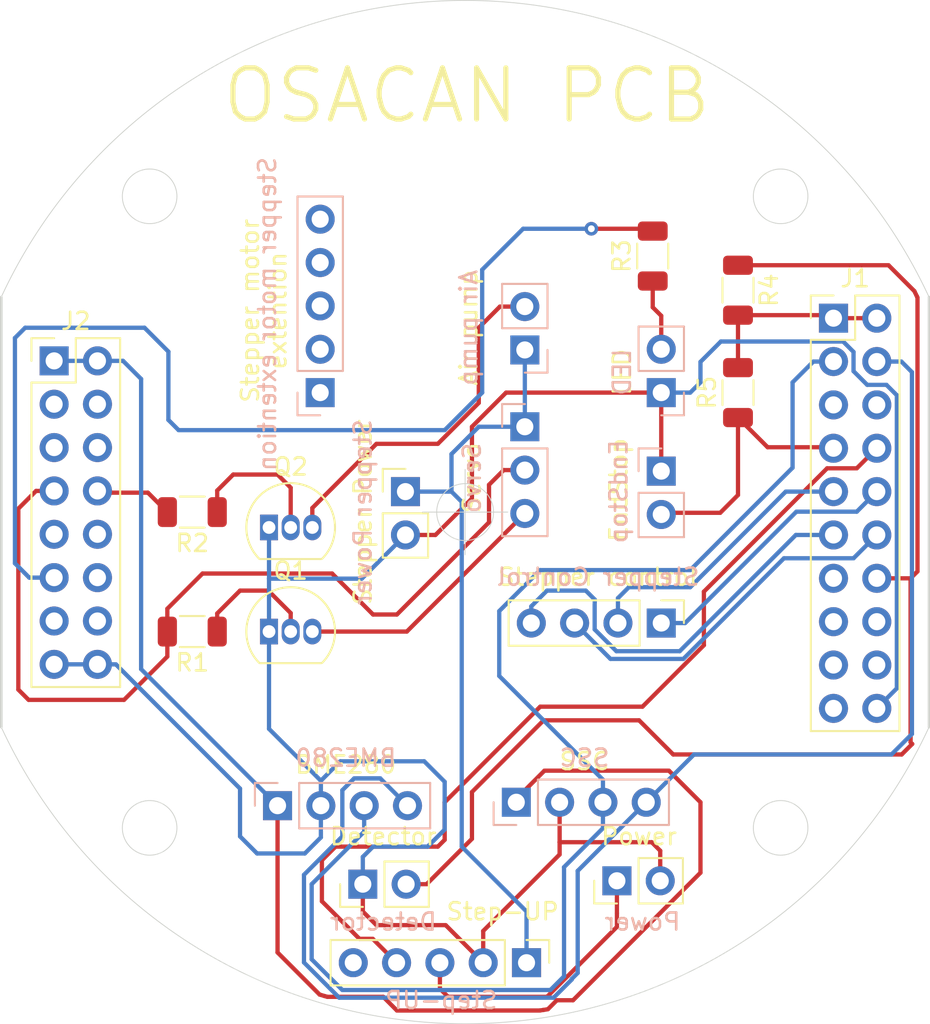
<source format=kicad_pcb>
(kicad_pcb (version 20171130) (host pcbnew "(5.1.10)-1")

  (general
    (thickness 1.6)
    (drawings 34)
    (tracks 250)
    (zones 0)
    (modules 22)
    (nets 46)
  )

  (page A4)
  (layers
    (0 F.Cu signal hide)
    (31 B.Cu signal)
    (32 B.Adhes user)
    (33 F.Adhes user hide)
    (34 B.Paste user)
    (35 F.Paste user)
    (36 B.SilkS user)
    (37 F.SilkS user)
    (38 B.Mask user)
    (39 F.Mask user)
    (40 Dwgs.User user hide)
    (41 Cmts.User user)
    (42 Eco1.User user)
    (43 Eco2.User user)
    (44 Edge.Cuts user)
    (45 Margin user)
    (46 B.CrtYd user)
    (47 F.CrtYd user)
    (48 B.Fab user hide)
    (49 F.Fab user)
  )

  (setup
    (last_trace_width 0.25)
    (trace_clearance 0.2)
    (zone_clearance 0.508)
    (zone_45_only no)
    (trace_min 0.2)
    (via_size 0.8)
    (via_drill 0.4)
    (via_min_size 0.4)
    (via_min_drill 0.3)
    (uvia_size 0.3)
    (uvia_drill 0.1)
    (uvias_allowed no)
    (uvia_min_size 0.2)
    (uvia_min_drill 0.1)
    (edge_width 0.05)
    (segment_width 0.2)
    (pcb_text_width 0.3)
    (pcb_text_size 1.5 1.5)
    (mod_edge_width 0.12)
    (mod_text_size 1 1)
    (mod_text_width 0.15)
    (pad_size 1.524 1.524)
    (pad_drill 0.762)
    (pad_to_mask_clearance 0)
    (aux_axis_origin 0 0)
    (visible_elements 7FFFFFFF)
    (pcbplotparams
      (layerselection 0x010fc_ffffffff)
      (usegerberextensions false)
      (usegerberattributes true)
      (usegerberadvancedattributes true)
      (creategerberjobfile true)
      (excludeedgelayer true)
      (linewidth 0.100000)
      (plotframeref false)
      (viasonmask false)
      (mode 1)
      (useauxorigin false)
      (hpglpennumber 1)
      (hpglpenspeed 20)
      (hpglpendiameter 15.000000)
      (psnegative false)
      (psa4output false)
      (plotreference true)
      (plotvalue true)
      (plotinvisibletext false)
      (padsonsilk false)
      (subtractmaskfromsilk false)
      (outputformat 1)
      (mirror false)
      (drillshape 1)
      (scaleselection 1)
      (outputdirectory ""))
  )

  (net 0 "")
  (net 1 +6V)
  (net 2 "Net-(Air_pump1-Pad2)")
  (net 3 +5V)
  (net 4 SCL)
  (net 5 SDA)
  (net 6 SWCLK)
  (net 7 SWDIO)
  (net 8 D1)
  (net 9 D0)
  (net 10 D3)
  (net 11 D2)
  (net 12 D5)
  (net 13 D4)
  (net 14 A1)
  (net 15 A0)
  (net 16 A3)
  (net 17 A2)
  (net 18 A5)
  (net 19 A4)
  (net 20 AREFA)
  (net 21 GND)
  (net 22 +3V3)
  (net 23 nRESET)
  (net 24 Vbat)
  (net 25 SERIAL5_RDX)
  (net 26 SERIAL5_TXD)
  (net 27 D6)
  (net 28 D7)
  (net 29 D8)
  (net 30 D9)
  (net 31 D13)
  (net 32 MISO)
  (net 33 SCK)
  (net 34 MOSI)
  (net 35 +4V)
  (net 36 "Net-(LED1-Pad2)")
  (net 37 "Net-(Q1-Pad3)")
  (net 38 "Net-(Q1-Pad2)")
  (net 39 "Net-(Q2-Pad2)")
  (net 40 "Net-(J10-Pad5)")
  (net 41 "Net-(J11-Pad1)")
  (net 42 "Net-(J11-Pad2)")
  (net 43 "Net-(J11-Pad3)")
  (net 44 "Net-(J11-Pad4)")
  (net 45 "Net-(J11-Pad5)")

  (net_class Default "This is the default net class."
    (clearance 0.2)
    (trace_width 0.25)
    (via_dia 0.8)
    (via_drill 0.4)
    (uvia_dia 0.3)
    (uvia_drill 0.1)
    (add_net +3V3)
    (add_net +4V)
    (add_net +5V)
    (add_net +6V)
    (add_net A0)
    (add_net A1)
    (add_net A2)
    (add_net A3)
    (add_net A4)
    (add_net A5)
    (add_net AREFA)
    (add_net D0)
    (add_net D1)
    (add_net D13)
    (add_net D2)
    (add_net D3)
    (add_net D4)
    (add_net D5)
    (add_net D6)
    (add_net D7)
    (add_net D8)
    (add_net D9)
    (add_net GND)
    (add_net MISO)
    (add_net MOSI)
    (add_net "Net-(Air_pump1-Pad2)")
    (add_net "Net-(J10-Pad5)")
    (add_net "Net-(J11-Pad1)")
    (add_net "Net-(J11-Pad2)")
    (add_net "Net-(J11-Pad3)")
    (add_net "Net-(J11-Pad4)")
    (add_net "Net-(J11-Pad5)")
    (add_net "Net-(LED1-Pad2)")
    (add_net "Net-(Q1-Pad2)")
    (add_net "Net-(Q1-Pad3)")
    (add_net "Net-(Q2-Pad2)")
    (add_net SCK)
    (add_net SCL)
    (add_net SDA)
    (add_net SERIAL5_RDX)
    (add_net SERIAL5_TXD)
    (add_net SWCLK)
    (add_net SWDIO)
    (add_net Vbat)
    (add_net nRESET)
  )

  (net_class Zasilanie ""
    (clearance 0.2)
    (trace_width 0.8)
    (via_dia 0.8)
    (via_drill 0.4)
    (uvia_dia 0.3)
    (uvia_drill 0.1)
  )

  (module "" (layer F.Cu) (tedit 0) (tstamp 0)
    (at 170.2 97.2)
    (fp_text reference "" (at 174.5 100.5) (layer F.SilkS)
      (effects (font (size 1.27 1.27) (thickness 0.15)))
    )
    (fp_text value "" (at 174.5 100.5) (layer F.SilkS)
      (effects (font (size 1.27 1.27) (thickness 0.15)))
    )
    (fp_text user Air_pump (at 176.1 107.1 90) (layer B.SilkS)
      (effects (font (size 1 1) (thickness 0.15)) (justify mirror))
    )
  )

  (module Connector_PinSocket_2.54mm:PinSocket_1x02_P2.54mm_Vertical (layer B.Cu) (tedit 5A19A420) (tstamp 6135548A)
    (at 174.5 100.5)
    (descr "Through hole straight socket strip, 1x02, 2.54mm pitch, single row (from Kicad 4.0.7), script generated")
    (tags "Through hole socket strip THT 1x02 2.54mm single row")
    (path /611D3C94)
    (fp_text reference "Air pump" (at -3.3 -1.3 90) (layer B.SilkS)
      (effects (font (size 1 1) (thickness 0.15)) (justify mirror))
    )
    (fp_text value Conn_01x02 (at 0 -5.31) (layer B.Fab)
      (effects (font (size 1 1) (thickness 0.15)) (justify mirror))
    )
    (fp_line (start -1.27 1.27) (end 0.635 1.27) (layer B.Fab) (width 0.1))
    (fp_line (start 0.635 1.27) (end 1.27 0.635) (layer B.Fab) (width 0.1))
    (fp_line (start 1.27 0.635) (end 1.27 -3.81) (layer B.Fab) (width 0.1))
    (fp_line (start 1.27 -3.81) (end -1.27 -3.81) (layer B.Fab) (width 0.1))
    (fp_line (start -1.27 -3.81) (end -1.27 1.27) (layer B.Fab) (width 0.1))
    (fp_line (start -1.33 -1.27) (end 1.33 -1.27) (layer B.SilkS) (width 0.12))
    (fp_line (start -1.33 -1.27) (end -1.33 -3.87) (layer B.SilkS) (width 0.12))
    (fp_line (start -1.33 -3.87) (end 1.33 -3.87) (layer B.SilkS) (width 0.12))
    (fp_line (start 1.33 -1.27) (end 1.33 -3.87) (layer B.SilkS) (width 0.12))
    (fp_line (start 1.33 1.33) (end 1.33 0) (layer B.SilkS) (width 0.12))
    (fp_line (start 0 1.33) (end 1.33 1.33) (layer B.SilkS) (width 0.12))
    (fp_line (start -1.8 1.8) (end 1.75 1.8) (layer B.CrtYd) (width 0.05))
    (fp_line (start 1.75 1.8) (end 1.75 -4.3) (layer B.CrtYd) (width 0.05))
    (fp_line (start 1.75 -4.3) (end -1.8 -4.3) (layer B.CrtYd) (width 0.05))
    (fp_line (start -1.8 -4.3) (end -1.8 1.8) (layer B.CrtYd) (width 0.05))
    (fp_text user %R (at 2.7 -1.3 -90) (layer B.Fab)
      (effects (font (size 1 1) (thickness 0.15)) (justify mirror))
    )
    (pad 1 thru_hole rect (at 0 0) (size 1.7 1.7) (drill 1) (layers *.Cu *.Mask)
      (net 1 +6V))
    (pad 2 thru_hole oval (at 0 -2.54) (size 1.7 1.7) (drill 1) (layers *.Cu *.Mask)
      (net 2 "Net-(Air_pump1-Pad2)"))
    (model ${KISYS3DMOD}/Connector_PinSocket_2.54mm.3dshapes/PinSocket_1x02_P2.54mm_Vertical.wrl
      (at (xyz 0 0 0))
      (scale (xyz 1 1 1))
      (rotate (xyz 0 0 0))
    )
  )

  (module Connector_PinHeader_2.54mm:PinHeader_2x10_P2.54mm_Vertical (layer F.Cu) (tedit 59FED5CC) (tstamp 613035E0)
    (at 192.6 98.64)
    (descr "Through hole straight pin header, 2x10, 2.54mm pitch, double rows")
    (tags "Through hole pin header THT 2x10 2.54mm double row")
    (path /611B3F45)
    (fp_text reference J1 (at 1.27 -2.33) (layer F.SilkS)
      (effects (font (size 1 1) (thickness 0.15)))
    )
    (fp_text value Conn_02x10_Odd_Even (at 1.27 25.19) (layer F.Fab)
      (effects (font (size 1 1) (thickness 0.15)))
    )
    (fp_line (start 0 -1.27) (end 3.81 -1.27) (layer F.Fab) (width 0.1))
    (fp_line (start 3.81 -1.27) (end 3.81 24.13) (layer F.Fab) (width 0.1))
    (fp_line (start 3.81 24.13) (end -1.27 24.13) (layer F.Fab) (width 0.1))
    (fp_line (start -1.27 24.13) (end -1.27 0) (layer F.Fab) (width 0.1))
    (fp_line (start -1.27 0) (end 0 -1.27) (layer F.Fab) (width 0.1))
    (fp_line (start -1.33 24.19) (end 3.87 24.19) (layer F.SilkS) (width 0.12))
    (fp_line (start -1.33 1.27) (end -1.33 24.19) (layer F.SilkS) (width 0.12))
    (fp_line (start 3.87 -1.33) (end 3.87 24.19) (layer F.SilkS) (width 0.12))
    (fp_line (start -1.33 1.27) (end 1.27 1.27) (layer F.SilkS) (width 0.12))
    (fp_line (start 1.27 1.27) (end 1.27 -1.33) (layer F.SilkS) (width 0.12))
    (fp_line (start 1.27 -1.33) (end 3.87 -1.33) (layer F.SilkS) (width 0.12))
    (fp_line (start -1.33 0) (end -1.33 -1.33) (layer F.SilkS) (width 0.12))
    (fp_line (start -1.33 -1.33) (end 0 -1.33) (layer F.SilkS) (width 0.12))
    (fp_line (start -1.8 -1.8) (end -1.8 24.65) (layer F.CrtYd) (width 0.05))
    (fp_line (start -1.8 24.65) (end 4.35 24.65) (layer F.CrtYd) (width 0.05))
    (fp_line (start 4.35 24.65) (end 4.35 -1.8) (layer F.CrtYd) (width 0.05))
    (fp_line (start 4.35 -1.8) (end -1.8 -1.8) (layer F.CrtYd) (width 0.05))
    (fp_text user %R (at 1.27 11.43 90) (layer F.Fab)
      (effects (font (size 1 1) (thickness 0.15)))
    )
    (pad 1 thru_hole rect (at 0 0) (size 1.7 1.7) (drill 1) (layers *.Cu *.Mask)
      (net 3 +5V))
    (pad 2 thru_hole oval (at 2.54 0) (size 1.7 1.7) (drill 1) (layers *.Cu *.Mask)
      (net 3 +5V))
    (pad 3 thru_hole oval (at 0 2.54) (size 1.7 1.7) (drill 1) (layers *.Cu *.Mask)
      (net 4 SCL))
    (pad 4 thru_hole oval (at 2.54 2.54) (size 1.7 1.7) (drill 1) (layers *.Cu *.Mask)
      (net 5 SDA))
    (pad 5 thru_hole oval (at 0 5.08) (size 1.7 1.7) (drill 1) (layers *.Cu *.Mask)
      (net 6 SWCLK))
    (pad 6 thru_hole oval (at 2.54 5.08) (size 1.7 1.7) (drill 1) (layers *.Cu *.Mask)
      (net 7 SWDIO))
    (pad 7 thru_hole oval (at 0 7.62) (size 1.7 1.7) (drill 1) (layers *.Cu *.Mask)
      (net 8 D1))
    (pad 8 thru_hole oval (at 2.54 7.62) (size 1.7 1.7) (drill 1) (layers *.Cu *.Mask)
      (net 9 D0))
    (pad 9 thru_hole oval (at 0 10.16) (size 1.7 1.7) (drill 1) (layers *.Cu *.Mask)
      (net 10 D3))
    (pad 10 thru_hole oval (at 2.54 10.16) (size 1.7 1.7) (drill 1) (layers *.Cu *.Mask)
      (net 11 D2))
    (pad 11 thru_hole oval (at 0 12.7) (size 1.7 1.7) (drill 1) (layers *.Cu *.Mask)
      (net 12 D5))
    (pad 12 thru_hole oval (at 2.54 12.7) (size 1.7 1.7) (drill 1) (layers *.Cu *.Mask)
      (net 13 D4))
    (pad 13 thru_hole oval (at 0 15.24) (size 1.7 1.7) (drill 1) (layers *.Cu *.Mask)
      (net 14 A1))
    (pad 14 thru_hole oval (at 2.54 15.24) (size 1.7 1.7) (drill 1) (layers *.Cu *.Mask)
      (net 15 A0))
    (pad 15 thru_hole oval (at 0 17.78) (size 1.7 1.7) (drill 1) (layers *.Cu *.Mask)
      (net 16 A3))
    (pad 16 thru_hole oval (at 2.54 17.78) (size 1.7 1.7) (drill 1) (layers *.Cu *.Mask)
      (net 17 A2))
    (pad 17 thru_hole oval (at 0 20.32) (size 1.7 1.7) (drill 1) (layers *.Cu *.Mask)
      (net 18 A5))
    (pad 18 thru_hole oval (at 2.54 20.32) (size 1.7 1.7) (drill 1) (layers *.Cu *.Mask)
      (net 19 A4))
    (pad 19 thru_hole oval (at 0 22.86) (size 1.7 1.7) (drill 1) (layers *.Cu *.Mask)
      (net 20 AREFA))
    (pad 20 thru_hole oval (at 2.54 22.86) (size 1.7 1.7) (drill 1) (layers *.Cu *.Mask)
      (net 21 GND))
    (model ${KISYS3DMOD}/Connector_PinHeader_2.54mm.3dshapes/PinHeader_2x10_P2.54mm_Vertical.wrl
      (at (xyz 0 0 0))
      (scale (xyz 1 1 1))
      (rotate (xyz 0 0 0))
    )
  )

  (module Connector_PinHeader_2.54mm:PinHeader_2x08_P2.54mm_Vertical (layer F.Cu) (tedit 59FED5CC) (tstamp 61303606)
    (at 146.9 101.14)
    (descr "Through hole straight pin header, 2x08, 2.54mm pitch, double rows")
    (tags "Through hole pin header THT 2x08 2.54mm double row")
    (path /611BF370)
    (fp_text reference J2 (at 1.27 -2.33) (layer F.SilkS)
      (effects (font (size 1 1) (thickness 0.15)))
    )
    (fp_text value Conn_02x08_Odd_Even (at 1.27 20.11) (layer F.Fab)
      (effects (font (size 1 1) (thickness 0.15)))
    )
    (fp_line (start 0 -1.27) (end 3.81 -1.27) (layer F.Fab) (width 0.1))
    (fp_line (start 3.81 -1.27) (end 3.81 19.05) (layer F.Fab) (width 0.1))
    (fp_line (start 3.81 19.05) (end -1.27 19.05) (layer F.Fab) (width 0.1))
    (fp_line (start -1.27 19.05) (end -1.27 0) (layer F.Fab) (width 0.1))
    (fp_line (start -1.27 0) (end 0 -1.27) (layer F.Fab) (width 0.1))
    (fp_line (start -1.33 19.11) (end 3.87 19.11) (layer F.SilkS) (width 0.12))
    (fp_line (start -1.33 1.27) (end -1.33 19.11) (layer F.SilkS) (width 0.12))
    (fp_line (start 3.87 -1.33) (end 3.87 19.11) (layer F.SilkS) (width 0.12))
    (fp_line (start -1.33 1.27) (end 1.27 1.27) (layer F.SilkS) (width 0.12))
    (fp_line (start 1.27 1.27) (end 1.27 -1.33) (layer F.SilkS) (width 0.12))
    (fp_line (start 1.27 -1.33) (end 3.87 -1.33) (layer F.SilkS) (width 0.12))
    (fp_line (start -1.33 0) (end -1.33 -1.33) (layer F.SilkS) (width 0.12))
    (fp_line (start -1.33 -1.33) (end 0 -1.33) (layer F.SilkS) (width 0.12))
    (fp_line (start -1.8 -1.8) (end -1.8 19.55) (layer F.CrtYd) (width 0.05))
    (fp_line (start -1.8 19.55) (end 4.35 19.55) (layer F.CrtYd) (width 0.05))
    (fp_line (start 4.35 19.55) (end 4.35 -1.8) (layer F.CrtYd) (width 0.05))
    (fp_line (start 4.35 -1.8) (end -1.8 -1.8) (layer F.CrtYd) (width 0.05))
    (fp_text user %R (at 1.27 8.89 90) (layer F.Fab)
      (effects (font (size 1 1) (thickness 0.15)))
    )
    (pad 1 thru_hole rect (at 0 0) (size 1.7 1.7) (drill 1) (layers *.Cu *.Mask)
      (net 22 +3V3))
    (pad 2 thru_hole oval (at 2.54 0) (size 1.7 1.7) (drill 1) (layers *.Cu *.Mask)
      (net 22 +3V3))
    (pad 3 thru_hole oval (at 0 2.54) (size 1.7 1.7) (drill 1) (layers *.Cu *.Mask)
      (net 23 nRESET))
    (pad 4 thru_hole oval (at 2.54 2.54) (size 1.7 1.7) (drill 1) (layers *.Cu *.Mask)
      (net 24 Vbat))
    (pad 5 thru_hole oval (at 0 5.08) (size 1.7 1.7) (drill 1) (layers *.Cu *.Mask)
      (net 25 SERIAL5_RDX))
    (pad 6 thru_hole oval (at 2.54 5.08) (size 1.7 1.7) (drill 1) (layers *.Cu *.Mask)
      (net 26 SERIAL5_TXD))
    (pad 7 thru_hole oval (at 0 7.62) (size 1.7 1.7) (drill 1) (layers *.Cu *.Mask)
      (net 27 D6))
    (pad 8 thru_hole oval (at 2.54 7.62) (size 1.7 1.7) (drill 1) (layers *.Cu *.Mask)
      (net 28 D7))
    (pad 9 thru_hole oval (at 0 10.16) (size 1.7 1.7) (drill 1) (layers *.Cu *.Mask)
      (net 29 D8))
    (pad 10 thru_hole oval (at 2.54 10.16) (size 1.7 1.7) (drill 1) (layers *.Cu *.Mask)
      (net 30 D9))
    (pad 11 thru_hole oval (at 0 12.7) (size 1.7 1.7) (drill 1) (layers *.Cu *.Mask)
      (net 31 D13))
    (pad 12 thru_hole oval (at 2.54 12.7) (size 1.7 1.7) (drill 1) (layers *.Cu *.Mask)
      (net 32 MISO))
    (pad 13 thru_hole oval (at 0 15.24) (size 1.7 1.7) (drill 1) (layers *.Cu *.Mask)
      (net 33 SCK))
    (pad 14 thru_hole oval (at 2.54 15.24) (size 1.7 1.7) (drill 1) (layers *.Cu *.Mask)
      (net 34 MOSI))
    (pad 15 thru_hole oval (at 0 17.78) (size 1.7 1.7) (drill 1) (layers *.Cu *.Mask)
      (net 21 GND))
    (pad 16 thru_hole oval (at 2.54 17.78) (size 1.7 1.7) (drill 1) (layers *.Cu *.Mask)
      (net 21 GND))
    (model ${KISYS3DMOD}/Connector_PinHeader_2.54mm.3dshapes/PinHeader_2x08_P2.54mm_Vertical.wrl
      (at (xyz 0 0 0))
      (scale (xyz 1 1 1))
      (rotate (xyz 0 0 0))
    )
  )

  (module Connector_PinHeader_2.54mm:PinHeader_1x02_P2.54mm_Vertical locked (layer F.Cu) (tedit 59FED5CC) (tstamp 6130361C)
    (at 179.9 131.6 90)
    (descr "Through hole straight pin header, 1x02, 2.54mm pitch, single row")
    (tags "Through hole pin header THT 1x02 2.54mm single row")
    (path /611C30F4)
    (fp_text reference Power (at 2.6 1.3 180) (layer F.SilkS)
      (effects (font (size 1 1) (thickness 0.15)))
    )
    (fp_text value POWER (at 0 4.87 90) (layer F.Fab)
      (effects (font (size 1 1) (thickness 0.15)))
    )
    (fp_text user %R (at 0 1.27) (layer F.Fab)
      (effects (font (size 1 1) (thickness 0.15)))
    )
    (fp_line (start -0.635 -1.27) (end 1.27 -1.27) (layer F.Fab) (width 0.1))
    (fp_line (start 1.27 -1.27) (end 1.27 3.81) (layer F.Fab) (width 0.1))
    (fp_line (start 1.27 3.81) (end -1.27 3.81) (layer F.Fab) (width 0.1))
    (fp_line (start -1.27 3.81) (end -1.27 -0.635) (layer F.Fab) (width 0.1))
    (fp_line (start -1.27 -0.635) (end -0.635 -1.27) (layer F.Fab) (width 0.1))
    (fp_line (start -1.33 3.87) (end 1.33 3.87) (layer F.SilkS) (width 0.12))
    (fp_line (start -1.33 1.27) (end -1.33 3.87) (layer F.SilkS) (width 0.12))
    (fp_line (start 1.33 1.27) (end 1.33 3.87) (layer F.SilkS) (width 0.12))
    (fp_line (start -1.33 1.27) (end 1.33 1.27) (layer F.SilkS) (width 0.12))
    (fp_line (start -1.33 0) (end -1.33 -1.33) (layer F.SilkS) (width 0.12))
    (fp_line (start -1.33 -1.33) (end 0 -1.33) (layer F.SilkS) (width 0.12))
    (fp_line (start -1.8 -1.8) (end -1.8 4.35) (layer F.CrtYd) (width 0.05))
    (fp_line (start -1.8 4.35) (end 1.8 4.35) (layer F.CrtYd) (width 0.05))
    (fp_line (start 1.8 4.35) (end 1.8 -1.8) (layer F.CrtYd) (width 0.05))
    (fp_line (start 1.8 -1.8) (end -1.8 -1.8) (layer F.CrtYd) (width 0.05))
    (pad 1 thru_hole rect (at 0 0 90) (size 1.7 1.7) (drill 1) (layers *.Cu *.Mask)
      (net 35 +4V))
    (pad 2 thru_hole oval (at 0 2.54 90) (size 1.7 1.7) (drill 1) (layers *.Cu *.Mask)
      (net 21 GND))
    (model ${KISYS3DMOD}/Connector_PinHeader_2.54mm.3dshapes/PinHeader_1x02_P2.54mm_Vertical.wrl
      (at (xyz 0 0 0))
      (scale (xyz 1 1 1))
      (rotate (xyz 0 0 0))
    )
  )

  (module Connector_PinHeader_2.54mm:PinHeader_1x04_P2.54mm_Vertical locked (layer B.Cu) (tedit 59FED5CC) (tstamp 61303634)
    (at 160 127.2 270)
    (descr "Through hole straight pin header, 1x04, 2.54mm pitch, single row")
    (tags "Through hole pin header THT 1x04 2.54mm single row")
    (path /611E7EC7)
    (fp_text reference BME280 (at -2.8 -4) (layer B.SilkS)
      (effects (font (size 1 1) (thickness 0.15)) (justify mirror))
    )
    (fp_text value BME_280 (at 0 -9.95 90) (layer B.Fab)
      (effects (font (size 1 1) (thickness 0.15)) (justify mirror))
    )
    (fp_line (start 1.8 1.8) (end -1.8 1.8) (layer B.CrtYd) (width 0.05))
    (fp_line (start 1.8 -9.4) (end 1.8 1.8) (layer B.CrtYd) (width 0.05))
    (fp_line (start -1.8 -9.4) (end 1.8 -9.4) (layer B.CrtYd) (width 0.05))
    (fp_line (start -1.8 1.8) (end -1.8 -9.4) (layer B.CrtYd) (width 0.05))
    (fp_line (start -1.33 1.33) (end 0 1.33) (layer B.SilkS) (width 0.12))
    (fp_line (start -1.33 0) (end -1.33 1.33) (layer B.SilkS) (width 0.12))
    (fp_line (start -1.33 -1.27) (end 1.33 -1.27) (layer B.SilkS) (width 0.12))
    (fp_line (start 1.33 -1.27) (end 1.33 -8.95) (layer B.SilkS) (width 0.12))
    (fp_line (start -1.33 -1.27) (end -1.33 -8.95) (layer B.SilkS) (width 0.12))
    (fp_line (start -1.33 -8.95) (end 1.33 -8.95) (layer B.SilkS) (width 0.12))
    (fp_line (start -1.27 0.635) (end -0.635 1.27) (layer B.Fab) (width 0.1))
    (fp_line (start -1.27 -8.89) (end -1.27 0.635) (layer B.Fab) (width 0.1))
    (fp_line (start 1.27 -8.89) (end -1.27 -8.89) (layer B.Fab) (width 0.1))
    (fp_line (start 1.27 1.27) (end 1.27 -8.89) (layer B.Fab) (width 0.1))
    (fp_line (start -0.635 1.27) (end 1.27 1.27) (layer B.Fab) (width 0.1))
    (fp_text user %R (at 0 -3.81 180) (layer B.Fab)
      (effects (font (size 1 1) (thickness 0.15)) (justify mirror))
    )
    (pad 4 thru_hole oval (at 0 -7.62 270) (size 1.7 1.7) (drill 1) (layers *.Cu *.Mask)
      (net 5 SDA))
    (pad 3 thru_hole oval (at 0 -5.08 270) (size 1.7 1.7) (drill 1) (layers *.Cu *.Mask)
      (net 4 SCL))
    (pad 2 thru_hole oval (at 0 -2.54 270) (size 1.7 1.7) (drill 1) (layers *.Cu *.Mask)
      (net 21 GND))
    (pad 1 thru_hole rect (at 0 0 270) (size 1.7 1.7) (drill 1) (layers *.Cu *.Mask)
      (net 22 +3V3))
    (model ${KISYS3DMOD}/Connector_PinHeader_2.54mm.3dshapes/PinHeader_1x04_P2.54mm_Vertical.wrl
      (at (xyz 0 0 0))
      (scale (xyz 1 1 1))
      (rotate (xyz 0 0 0))
    )
  )

  (module Connector_PinHeader_2.54mm:PinHeader_1x02_P2.54mm_Vertical locked (layer F.Cu) (tedit 59FED5CC) (tstamp 6130364A)
    (at 167.5 108.8)
    (descr "Through hole straight pin header, 1x02, 2.54mm pitch, single row")
    (tags "Through hole pin header THT 1x02 2.54mm single row")
    (path /611C95B7)
    (fp_text reference "Stepper Power" (at -2.5 1.2 90) (layer B.SilkS)
      (effects (font (size 1 1) (thickness 0.15)) (justify mirror))
    )
    (fp_text value "Stepper Power" (at -2.5 1.2 90) (layer F.SilkS)
      (effects (font (size 1 1) (thickness 0.15)))
    )
    (fp_line (start -0.635 -1.27) (end 1.27 -1.27) (layer F.Fab) (width 0.1))
    (fp_line (start 1.27 -1.27) (end 1.27 3.81) (layer F.Fab) (width 0.1))
    (fp_line (start 1.27 3.81) (end -1.27 3.81) (layer F.Fab) (width 0.1))
    (fp_line (start -1.27 3.81) (end -1.27 -0.635) (layer F.Fab) (width 0.1))
    (fp_line (start -1.27 -0.635) (end -0.635 -1.27) (layer F.Fab) (width 0.1))
    (fp_line (start -1.33 3.87) (end 1.33 3.87) (layer F.SilkS) (width 0.12))
    (fp_line (start -1.33 1.27) (end -1.33 3.87) (layer F.SilkS) (width 0.12))
    (fp_line (start 1.33 1.27) (end 1.33 3.87) (layer F.SilkS) (width 0.12))
    (fp_line (start -1.33 1.27) (end 1.33 1.27) (layer F.SilkS) (width 0.12))
    (fp_line (start -1.33 0) (end -1.33 -1.33) (layer F.SilkS) (width 0.12))
    (fp_line (start -1.33 -1.33) (end 0 -1.33) (layer F.SilkS) (width 0.12))
    (fp_line (start -1.8 -1.8) (end -1.8 4.35) (layer F.CrtYd) (width 0.05))
    (fp_line (start -1.8 4.35) (end 1.8 4.35) (layer F.CrtYd) (width 0.05))
    (fp_line (start 1.8 4.35) (end 1.8 -1.8) (layer F.CrtYd) (width 0.05))
    (fp_line (start 1.8 -1.8) (end -1.8 -1.8) (layer F.CrtYd) (width 0.05))
    (fp_text user %R (at 0 1.27 90) (layer F.Fab)
      (effects (font (size 1 1) (thickness 0.15)))
    )
    (pad 1 thru_hole rect (at 0 0) (size 1.7 1.7) (drill 1) (layers *.Cu *.Mask)
      (net 1 +6V))
    (pad 2 thru_hole oval (at 0 2.54) (size 1.7 1.7) (drill 1) (layers *.Cu *.Mask)
      (net 21 GND))
    (model ${KISYS3DMOD}/Connector_PinHeader_2.54mm.3dshapes/PinHeader_1x02_P2.54mm_Vertical.wrl
      (at (xyz 0 0 0))
      (scale (xyz 1 1 1))
      (rotate (xyz 0 0 0))
    )
  )

  (module Connector_PinHeader_2.54mm:PinHeader_1x04_P2.54mm_Vertical locked (layer F.Cu) (tedit 59FED5CC) (tstamp 61303662)
    (at 182.5 116.5 270)
    (descr "Through hole straight pin header, 1x04, 2.54mm pitch, single row")
    (tags "Through hole pin header THT 1x04 2.54mm single row")
    (path /611C74EC)
    (fp_text reference "Stepper control" (at -2.7 3.7 180) (layer F.SilkS)
      (effects (font (size 1 1) (thickness 0.15)))
    )
    (fp_text value "Stepper Motor" (at 0 9.95 90) (layer F.Fab)
      (effects (font (size 1 1) (thickness 0.15)))
    )
    (fp_line (start -0.635 -1.27) (end 1.27 -1.27) (layer F.Fab) (width 0.1))
    (fp_line (start 1.27 -1.27) (end 1.27 8.89) (layer F.Fab) (width 0.1))
    (fp_line (start 1.27 8.89) (end -1.27 8.89) (layer F.Fab) (width 0.1))
    (fp_line (start -1.27 8.89) (end -1.27 -0.635) (layer F.Fab) (width 0.1))
    (fp_line (start -1.27 -0.635) (end -0.635 -1.27) (layer F.Fab) (width 0.1))
    (fp_line (start -1.33 8.95) (end 1.33 8.95) (layer F.SilkS) (width 0.12))
    (fp_line (start -1.33 1.27) (end -1.33 8.95) (layer F.SilkS) (width 0.12))
    (fp_line (start 1.33 1.27) (end 1.33 8.95) (layer F.SilkS) (width 0.12))
    (fp_line (start -1.33 1.27) (end 1.33 1.27) (layer F.SilkS) (width 0.12))
    (fp_line (start -1.33 0) (end -1.33 -1.33) (layer F.SilkS) (width 0.12))
    (fp_line (start -1.33 -1.33) (end 0 -1.33) (layer F.SilkS) (width 0.12))
    (fp_line (start -1.8 -1.8) (end -1.8 9.4) (layer F.CrtYd) (width 0.05))
    (fp_line (start -1.8 9.4) (end 1.8 9.4) (layer F.CrtYd) (width 0.05))
    (fp_line (start 1.8 9.4) (end 1.8 -1.8) (layer F.CrtYd) (width 0.05))
    (fp_line (start 1.8 -1.8) (end -1.8 -1.8) (layer F.CrtYd) (width 0.05))
    (fp_text user %R (at 0 3.81) (layer F.Fab)
      (effects (font (size 1 1) (thickness 0.15)))
    )
    (pad 1 thru_hole rect (at 0 0 270) (size 1.7 1.7) (drill 1) (layers *.Cu *.Mask)
      (net 11 D2))
    (pad 2 thru_hole oval (at 0 2.54 270) (size 1.7 1.7) (drill 1) (layers *.Cu *.Mask)
      (net 10 D3))
    (pad 3 thru_hole oval (at 0 5.08 270) (size 1.7 1.7) (drill 1) (layers *.Cu *.Mask)
      (net 13 D4))
    (pad 4 thru_hole oval (at 0 7.62 270) (size 1.7 1.7) (drill 1) (layers *.Cu *.Mask)
      (net 12 D5))
    (model ${KISYS3DMOD}/Connector_PinHeader_2.54mm.3dshapes/PinHeader_1x04_P2.54mm_Vertical.wrl
      (at (xyz 0 0 0))
      (scale (xyz 1 1 1))
      (rotate (xyz 0 0 0))
    )
  )

  (module Connector_PinHeader_2.54mm:PinHeader_1x02_P2.54mm_Vertical (layer F.Cu) (tedit 59FED5CC) (tstamp 61303678)
    (at 165 131.8 90)
    (descr "Through hole straight pin header, 1x02, 2.54mm pitch, single row")
    (tags "Through hole pin header THT 1x02 2.54mm single row")
    (path /611C299A)
    (fp_text reference Detector (at 2.8 1.2 180) (layer F.SilkS)
      (effects (font (size 1 1) (thickness 0.15)))
    )
    (fp_text value Detector (at 0 4.87 90) (layer F.Fab)
      (effects (font (size 1 1) (thickness 0.15)))
    )
    (fp_line (start -0.635 -1.27) (end 1.27 -1.27) (layer F.Fab) (width 0.1))
    (fp_line (start 1.27 -1.27) (end 1.27 3.81) (layer F.Fab) (width 0.1))
    (fp_line (start 1.27 3.81) (end -1.27 3.81) (layer F.Fab) (width 0.1))
    (fp_line (start -1.27 3.81) (end -1.27 -0.635) (layer F.Fab) (width 0.1))
    (fp_line (start -1.27 -0.635) (end -0.635 -1.27) (layer F.Fab) (width 0.1))
    (fp_line (start -1.33 3.87) (end 1.33 3.87) (layer F.SilkS) (width 0.12))
    (fp_line (start -1.33 1.27) (end -1.33 3.87) (layer F.SilkS) (width 0.12))
    (fp_line (start 1.33 1.27) (end 1.33 3.87) (layer F.SilkS) (width 0.12))
    (fp_line (start -1.33 1.27) (end 1.33 1.27) (layer F.SilkS) (width 0.12))
    (fp_line (start -1.33 0) (end -1.33 -1.33) (layer F.SilkS) (width 0.12))
    (fp_line (start -1.33 -1.33) (end 0 -1.33) (layer F.SilkS) (width 0.12))
    (fp_line (start -1.8 -1.8) (end -1.8 4.35) (layer F.CrtYd) (width 0.05))
    (fp_line (start -1.8 4.35) (end 1.8 4.35) (layer F.CrtYd) (width 0.05))
    (fp_line (start 1.8 4.35) (end 1.8 -1.8) (layer F.CrtYd) (width 0.05))
    (fp_line (start 1.8 -1.8) (end -1.8 -1.8) (layer F.CrtYd) (width 0.05))
    (fp_text user %R (at 0 1.27) (layer F.Fab)
      (effects (font (size 1 1) (thickness 0.15)))
    )
    (pad 1 thru_hole rect (at 0 0 90) (size 1.7 1.7) (drill 1) (layers *.Cu *.Mask)
      (net 21 GND))
    (pad 2 thru_hole oval (at 0 2.54 90) (size 1.7 1.7) (drill 1) (layers *.Cu *.Mask)
      (net 15 A0))
    (model ${KISYS3DMOD}/Connector_PinHeader_2.54mm.3dshapes/PinHeader_1x02_P2.54mm_Vertical.wrl
      (at (xyz 0 0 0))
      (scale (xyz 1 1 1))
      (rotate (xyz 0 0 0))
    )
  )

  (module Connector_PinSocket_2.54mm:PinSocket_1x04_P2.54mm_Vertical locked (layer B.Cu) (tedit 5A19A429) (tstamp 61303690)
    (at 174 127 270)
    (descr "Through hole straight socket strip, 1x04, 2.54mm pitch, single row (from Kicad 4.0.7), script generated")
    (tags "Through hole socket strip THT 1x04 2.54mm single row")
    (path /612FD75F)
    (fp_text reference SSC (at -2.6 -4 180) (layer B.SilkS)
      (effects (font (size 1 1) (thickness 0.15)) (justify mirror))
    )
    (fp_text value ssc (at 0 -10.39 90) (layer B.Fab)
      (effects (font (size 1 1) (thickness 0.15)) (justify mirror))
    )
    (fp_line (start -1.27 1.27) (end 0.635 1.27) (layer B.Fab) (width 0.1))
    (fp_line (start 0.635 1.27) (end 1.27 0.635) (layer B.Fab) (width 0.1))
    (fp_line (start 1.27 0.635) (end 1.27 -8.89) (layer B.Fab) (width 0.1))
    (fp_line (start 1.27 -8.89) (end -1.27 -8.89) (layer B.Fab) (width 0.1))
    (fp_line (start -1.27 -8.89) (end -1.27 1.27) (layer B.Fab) (width 0.1))
    (fp_line (start -1.33 -1.27) (end 1.33 -1.27) (layer B.SilkS) (width 0.12))
    (fp_line (start -1.33 -1.27) (end -1.33 -8.95) (layer B.SilkS) (width 0.12))
    (fp_line (start -1.33 -8.95) (end 1.33 -8.95) (layer B.SilkS) (width 0.12))
    (fp_line (start 1.33 -1.27) (end 1.33 -8.95) (layer B.SilkS) (width 0.12))
    (fp_line (start 1.33 1.33) (end 1.33 0) (layer B.SilkS) (width 0.12))
    (fp_line (start 0 1.33) (end 1.33 1.33) (layer B.SilkS) (width 0.12))
    (fp_line (start -1.8 1.8) (end 1.75 1.8) (layer B.CrtYd) (width 0.05))
    (fp_line (start 1.75 1.8) (end 1.75 -9.4) (layer B.CrtYd) (width 0.05))
    (fp_line (start 1.75 -9.4) (end -1.8 -9.4) (layer B.CrtYd) (width 0.05))
    (fp_line (start -1.8 -9.4) (end -1.8 1.8) (layer B.CrtYd) (width 0.05))
    (fp_text user %R (at 0 -3.81 180) (layer B.Fab)
      (effects (font (size 1 1) (thickness 0.15)) (justify mirror))
    )
    (pad 1 thru_hole rect (at 0 0 270) (size 1.7 1.7) (drill 1) (layers *.Cu *.Mask)
      (net 22 +3V3))
    (pad 2 thru_hole oval (at 0 -2.54 270) (size 1.7 1.7) (drill 1) (layers *.Cu *.Mask)
      (net 21 GND))
    (pad 3 thru_hole oval (at 0 -5.08 270) (size 1.7 1.7) (drill 1) (layers *.Cu *.Mask)
      (net 4 SCL))
    (pad 4 thru_hole oval (at 0 -7.62 270) (size 1.7 1.7) (drill 1) (layers *.Cu *.Mask)
      (net 5 SDA))
    (model ${KISYS3DMOD}/Connector_PinSocket_2.54mm.3dshapes/PinSocket_1x04_P2.54mm_Vertical.wrl
      (at (xyz 0 0 0))
      (scale (xyz 1 1 1))
      (rotate (xyz 0 0 0))
    )
  )

  (module Connector_PinSocket_2.54mm:PinSocket_1x02_P2.54mm_Vertical (layer B.Cu) (tedit 5A19A420) (tstamp 613557B1)
    (at 182.5 107.6 180)
    (descr "Through hole straight socket strip, 1x02, 2.54mm pitch, single row (from Kicad 4.0.7), script generated")
    (tags "Through hole socket strip THT 1x02 2.54mm single row")
    (path /611C19C1)
    (fp_text reference EndStop (at 2.5 -1.2 90) (layer B.SilkS)
      (effects (font (size 1 1) (thickness 0.15)) (justify mirror))
    )
    (fp_text value EndStop (at 2.5 -1.1 90) (layer F.SilkS)
      (effects (font (size 1 1) (thickness 0.15)))
    )
    (fp_line (start -1.27 1.27) (end 0.635 1.27) (layer B.Fab) (width 0.1))
    (fp_line (start 0.635 1.27) (end 1.27 0.635) (layer B.Fab) (width 0.1))
    (fp_line (start 1.27 0.635) (end 1.27 -3.81) (layer B.Fab) (width 0.1))
    (fp_line (start 1.27 -3.81) (end -1.27 -3.81) (layer B.Fab) (width 0.1))
    (fp_line (start -1.27 -3.81) (end -1.27 1.27) (layer B.Fab) (width 0.1))
    (fp_line (start -1.33 -1.27) (end 1.33 -1.27) (layer B.SilkS) (width 0.12))
    (fp_line (start -1.33 -1.27) (end -1.33 -3.87) (layer B.SilkS) (width 0.12))
    (fp_line (start -1.33 -3.87) (end 1.33 -3.87) (layer B.SilkS) (width 0.12))
    (fp_line (start 1.33 -1.27) (end 1.33 -3.87) (layer B.SilkS) (width 0.12))
    (fp_line (start 1.33 1.33) (end 1.33 0) (layer B.SilkS) (width 0.12))
    (fp_line (start 0 1.33) (end 1.33 1.33) (layer B.SilkS) (width 0.12))
    (fp_line (start -1.8 1.8) (end 1.75 1.8) (layer B.CrtYd) (width 0.05))
    (fp_line (start 1.75 1.8) (end 1.75 -4.3) (layer B.CrtYd) (width 0.05))
    (fp_line (start 1.75 -4.3) (end -1.8 -4.3) (layer B.CrtYd) (width 0.05))
    (fp_line (start -1.8 -4.3) (end -1.8 1.8) (layer B.CrtYd) (width 0.05))
    (fp_text user %R (at 0 -1.27 270) (layer B.Fab)
      (effects (font (size 1 1) (thickness 0.15)) (justify mirror))
    )
    (pad 1 thru_hole rect (at 0 0 180) (size 1.7 1.7) (drill 1) (layers *.Cu *.Mask)
      (net 21 GND))
    (pad 2 thru_hole oval (at 0 -2.54 180) (size 1.7 1.7) (drill 1) (layers *.Cu *.Mask)
      (net 8 D1))
    (model ${KISYS3DMOD}/Connector_PinSocket_2.54mm.3dshapes/PinSocket_1x02_P2.54mm_Vertical.wrl
      (at (xyz 0 0 0))
      (scale (xyz 1 1 1))
      (rotate (xyz 0 0 0))
    )
  )

  (module Connector_PinSocket_2.54mm:PinSocket_1x02_P2.54mm_Vertical (layer B.Cu) (tedit 5A19A420) (tstamp 6135424A)
    (at 182.5 103)
    (descr "Through hole straight socket strip, 1x02, 2.54mm pitch, single row (from Kicad 4.0.7), script generated")
    (tags "Through hole socket strip THT 1x02 2.54mm single row")
    (path /611C0914)
    (fp_text reference LED (at -2.3 -1.2 90) (layer F.SilkS)
      (effects (font (size 1 1) (thickness 0.15)))
    )
    (fp_text value Conn_01x02 (at 0 -5.31) (layer B.Fab)
      (effects (font (size 1 1) (thickness 0.15)) (justify mirror))
    )
    (fp_line (start -1.8 -4.3) (end -1.8 1.8) (layer B.CrtYd) (width 0.05))
    (fp_line (start 1.75 -4.3) (end -1.8 -4.3) (layer B.CrtYd) (width 0.05))
    (fp_line (start 1.75 1.8) (end 1.75 -4.3) (layer B.CrtYd) (width 0.05))
    (fp_line (start -1.8 1.8) (end 1.75 1.8) (layer B.CrtYd) (width 0.05))
    (fp_line (start 0 1.33) (end 1.33 1.33) (layer B.SilkS) (width 0.12))
    (fp_line (start 1.33 1.33) (end 1.33 0) (layer B.SilkS) (width 0.12))
    (fp_line (start 1.33 -1.27) (end 1.33 -3.87) (layer B.SilkS) (width 0.12))
    (fp_line (start -1.33 -3.87) (end 1.33 -3.87) (layer B.SilkS) (width 0.12))
    (fp_line (start -1.33 -1.27) (end -1.33 -3.87) (layer B.SilkS) (width 0.12))
    (fp_line (start -1.33 -1.27) (end 1.33 -1.27) (layer B.SilkS) (width 0.12))
    (fp_line (start -1.27 -3.81) (end -1.27 1.27) (layer B.Fab) (width 0.1))
    (fp_line (start 1.27 -3.81) (end -1.27 -3.81) (layer B.Fab) (width 0.1))
    (fp_line (start 1.27 0.635) (end 1.27 -3.81) (layer B.Fab) (width 0.1))
    (fp_line (start 0.635 1.27) (end 1.27 0.635) (layer B.Fab) (width 0.1))
    (fp_line (start -1.27 1.27) (end 0.635 1.27) (layer B.Fab) (width 0.1))
    (fp_text user %R (at -2.3 -1.2 90) (layer B.SilkS)
      (effects (font (size 1 1) (thickness 0.15)) (justify mirror))
    )
    (pad 2 thru_hole oval (at 0 -2.54) (size 1.7 1.7) (drill 1) (layers *.Cu *.Mask)
      (net 36 "Net-(LED1-Pad2)"))
    (pad 1 thru_hole rect (at 0 0) (size 1.7 1.7) (drill 1) (layers *.Cu *.Mask)
      (net 21 GND))
    (model ${KISYS3DMOD}/Connector_PinSocket_2.54mm.3dshapes/PinSocket_1x02_P2.54mm_Vertical.wrl
      (at (xyz 0 0 0))
      (scale (xyz 1 1 1))
      (rotate (xyz 0 0 0))
    )
  )

  (module Package_TO_SOT_THT:TO-92_Inline (layer F.Cu) (tedit 5A1DD157) (tstamp 613036E6)
    (at 159.5 117)
    (descr "TO-92 leads in-line, narrow, oval pads, drill 0.75mm (see NXP sot054_po.pdf)")
    (tags "to-92 sc-43 sc-43a sot54 PA33 transistor")
    (path /6130685C)
    (fp_text reference Q1 (at 1.27 -3.56) (layer F.SilkS)
      (effects (font (size 1 1) (thickness 0.15)))
    )
    (fp_text value S8050 (at 1.27 2.79) (layer F.Fab)
      (effects (font (size 1 1) (thickness 0.15)))
    )
    (fp_line (start 4 2.01) (end -1.46 2.01) (layer F.CrtYd) (width 0.05))
    (fp_line (start 4 2.01) (end 4 -2.73) (layer F.CrtYd) (width 0.05))
    (fp_line (start -1.46 -2.73) (end -1.46 2.01) (layer F.CrtYd) (width 0.05))
    (fp_line (start -1.46 -2.73) (end 4 -2.73) (layer F.CrtYd) (width 0.05))
    (fp_line (start -0.5 1.75) (end 3 1.75) (layer F.Fab) (width 0.1))
    (fp_line (start -0.53 1.85) (end 3.07 1.85) (layer F.SilkS) (width 0.12))
    (fp_arc (start 1.27 0) (end 1.27 -2.6) (angle 135) (layer F.SilkS) (width 0.12))
    (fp_arc (start 1.27 0) (end 1.27 -2.48) (angle -135) (layer F.Fab) (width 0.1))
    (fp_arc (start 1.27 0) (end 1.27 -2.6) (angle -135) (layer F.SilkS) (width 0.12))
    (fp_arc (start 1.27 0) (end 1.27 -2.48) (angle 135) (layer F.Fab) (width 0.1))
    (fp_text user %R (at 1.27 0) (layer F.Fab)
      (effects (font (size 1 1) (thickness 0.15)))
    )
    (pad 1 thru_hole rect (at 0 0) (size 1.05 1.5) (drill 0.75) (layers *.Cu *.Mask)
      (net 21 GND))
    (pad 3 thru_hole oval (at 2.54 0) (size 1.05 1.5) (drill 0.75) (layers *.Cu *.Mask)
      (net 37 "Net-(Q1-Pad3)"))
    (pad 2 thru_hole oval (at 1.27 0) (size 1.05 1.5) (drill 0.75) (layers *.Cu *.Mask)
      (net 38 "Net-(Q1-Pad2)"))
    (model ${KISYS3DMOD}/Package_TO_SOT_THT.3dshapes/TO-92_Inline.wrl
      (at (xyz 0 0 0))
      (scale (xyz 1 1 1))
      (rotate (xyz 0 0 0))
    )
  )

  (module Package_TO_SOT_THT:TO-92_Inline (layer F.Cu) (tedit 5A1DD157) (tstamp 613036F8)
    (at 159.5 110.9)
    (descr "TO-92 leads in-line, narrow, oval pads, drill 0.75mm (see NXP sot054_po.pdf)")
    (tags "to-92 sc-43 sc-43a sot54 PA33 transistor")
    (path /613049CC)
    (fp_text reference Q2 (at 1.27 -3.56) (layer F.SilkS)
      (effects (font (size 1 1) (thickness 0.15)))
    )
    (fp_text value S8050 (at 1.27 2.79) (layer F.Fab)
      (effects (font (size 1 1) (thickness 0.15)))
    )
    (fp_line (start -0.53 1.85) (end 3.07 1.85) (layer F.SilkS) (width 0.12))
    (fp_line (start -0.5 1.75) (end 3 1.75) (layer F.Fab) (width 0.1))
    (fp_line (start -1.46 -2.73) (end 4 -2.73) (layer F.CrtYd) (width 0.05))
    (fp_line (start -1.46 -2.73) (end -1.46 2.01) (layer F.CrtYd) (width 0.05))
    (fp_line (start 4 2.01) (end 4 -2.73) (layer F.CrtYd) (width 0.05))
    (fp_line (start 4 2.01) (end -1.46 2.01) (layer F.CrtYd) (width 0.05))
    (fp_text user %R (at 1.27 0) (layer F.Fab)
      (effects (font (size 1 1) (thickness 0.15)))
    )
    (fp_arc (start 1.27 0) (end 1.27 -2.48) (angle 135) (layer F.Fab) (width 0.1))
    (fp_arc (start 1.27 0) (end 1.27 -2.6) (angle -135) (layer F.SilkS) (width 0.12))
    (fp_arc (start 1.27 0) (end 1.27 -2.48) (angle -135) (layer F.Fab) (width 0.1))
    (fp_arc (start 1.27 0) (end 1.27 -2.6) (angle 135) (layer F.SilkS) (width 0.12))
    (pad 2 thru_hole oval (at 1.27 0) (size 1.05 1.5) (drill 0.75) (layers *.Cu *.Mask)
      (net 39 "Net-(Q2-Pad2)"))
    (pad 3 thru_hole oval (at 2.54 0) (size 1.05 1.5) (drill 0.75) (layers *.Cu *.Mask)
      (net 2 "Net-(Air_pump1-Pad2)"))
    (pad 1 thru_hole rect (at 0 0) (size 1.05 1.5) (drill 0.75) (layers *.Cu *.Mask)
      (net 21 GND))
    (model ${KISYS3DMOD}/Package_TO_SOT_THT.3dshapes/TO-92_Inline.wrl
      (at (xyz 0 0 0))
      (scale (xyz 1 1 1))
      (rotate (xyz 0 0 0))
    )
  )

  (module Resistor_SMD:R_1206_3216Metric (layer F.Cu) (tedit 5F68FEEE) (tstamp 6135513D)
    (at 155 117 180)
    (descr "Resistor SMD 1206 (3216 Metric), square (rectangular) end terminal, IPC_7351 nominal, (Body size source: IPC-SM-782 page 72, https://www.pcb-3d.com/wordpress/wp-content/uploads/ipc-sm-782a_amendment_1_and_2.pdf), generated with kicad-footprint-generator")
    (tags resistor)
    (path /61225DC9)
    (attr smd)
    (fp_text reference R1 (at 0 -1.82) (layer F.SilkS)
      (effects (font (size 1 1) (thickness 0.15)))
    )
    (fp_text value R (at 0 1.82) (layer F.Fab)
      (effects (font (size 1 1) (thickness 0.15)))
    )
    (fp_line (start -1.6 0.8) (end -1.6 -0.8) (layer F.Fab) (width 0.1))
    (fp_line (start -1.6 -0.8) (end 1.6 -0.8) (layer F.Fab) (width 0.1))
    (fp_line (start 1.6 -0.8) (end 1.6 0.8) (layer F.Fab) (width 0.1))
    (fp_line (start 1.6 0.8) (end -1.6 0.8) (layer F.Fab) (width 0.1))
    (fp_line (start -0.727064 -0.91) (end 0.727064 -0.91) (layer F.SilkS) (width 0.12))
    (fp_line (start -0.727064 0.91) (end 0.727064 0.91) (layer F.SilkS) (width 0.12))
    (fp_line (start -2.28 1.12) (end -2.28 -1.12) (layer F.CrtYd) (width 0.05))
    (fp_line (start -2.28 -1.12) (end 2.28 -1.12) (layer F.CrtYd) (width 0.05))
    (fp_line (start 2.28 -1.12) (end 2.28 1.12) (layer F.CrtYd) (width 0.05))
    (fp_line (start 2.28 1.12) (end -2.28 1.12) (layer F.CrtYd) (width 0.05))
    (fp_text user %R (at 0 0) (layer F.Fab)
      (effects (font (size 0.8 0.8) (thickness 0.12)))
    )
    (pad 1 smd roundrect (at -1.4625 0 180) (size 1.125 1.75) (layers F.Cu F.Paste F.Mask) (roundrect_rratio 0.222222)
      (net 38 "Net-(Q1-Pad2)"))
    (pad 2 smd roundrect (at 1.4625 0 180) (size 1.125 1.75) (layers F.Cu F.Paste F.Mask) (roundrect_rratio 0.222222)
      (net 27 D6))
    (model ${KISYS3DMOD}/Resistor_SMD.3dshapes/R_1206_3216Metric.wrl
      (at (xyz 0 0 0))
      (scale (xyz 1 1 1))
      (rotate (xyz 0 0 0))
    )
  )

  (module Resistor_SMD:R_1206_3216Metric (layer F.Cu) (tedit 5F68FEEE) (tstamp 6130371A)
    (at 155 110 180)
    (descr "Resistor SMD 1206 (3216 Metric), square (rectangular) end terminal, IPC_7351 nominal, (Body size source: IPC-SM-782 page 72, https://www.pcb-3d.com/wordpress/wp-content/uploads/ipc-sm-782a_amendment_1_and_2.pdf), generated with kicad-footprint-generator")
    (tags resistor)
    (path /61246CB8)
    (attr smd)
    (fp_text reference R2 (at 0 -1.82) (layer F.SilkS)
      (effects (font (size 1 1) (thickness 0.15)))
    )
    (fp_text value R (at 0 1.82) (layer F.Fab)
      (effects (font (size 1 1) (thickness 0.15)))
    )
    (fp_line (start 2.28 1.12) (end -2.28 1.12) (layer F.CrtYd) (width 0.05))
    (fp_line (start 2.28 -1.12) (end 2.28 1.12) (layer F.CrtYd) (width 0.05))
    (fp_line (start -2.28 -1.12) (end 2.28 -1.12) (layer F.CrtYd) (width 0.05))
    (fp_line (start -2.28 1.12) (end -2.28 -1.12) (layer F.CrtYd) (width 0.05))
    (fp_line (start -0.727064 0.91) (end 0.727064 0.91) (layer F.SilkS) (width 0.12))
    (fp_line (start -0.727064 -0.91) (end 0.727064 -0.91) (layer F.SilkS) (width 0.12))
    (fp_line (start 1.6 0.8) (end -1.6 0.8) (layer F.Fab) (width 0.1))
    (fp_line (start 1.6 -0.8) (end 1.6 0.8) (layer F.Fab) (width 0.1))
    (fp_line (start -1.6 -0.8) (end 1.6 -0.8) (layer F.Fab) (width 0.1))
    (fp_line (start -1.6 0.8) (end -1.6 -0.8) (layer F.Fab) (width 0.1))
    (fp_text user %R (at 0 0) (layer F.Fab)
      (effects (font (size 0.8 0.8) (thickness 0.12)))
    )
    (pad 2 smd roundrect (at 1.4625 0 180) (size 1.125 1.75) (layers F.Cu F.Paste F.Mask) (roundrect_rratio 0.222222)
      (net 28 D7))
    (pad 1 smd roundrect (at -1.4625 0 180) (size 1.125 1.75) (layers F.Cu F.Paste F.Mask) (roundrect_rratio 0.222222)
      (net 39 "Net-(Q2-Pad2)"))
    (model ${KISYS3DMOD}/Resistor_SMD.3dshapes/R_1206_3216Metric.wrl
      (at (xyz 0 0 0))
      (scale (xyz 1 1 1))
      (rotate (xyz 0 0 0))
    )
  )

  (module Resistor_SMD:R_1206_3216Metric (layer F.Cu) (tedit 5F68FEEE) (tstamp 61354F74)
    (at 182 95 90)
    (descr "Resistor SMD 1206 (3216 Metric), square (rectangular) end terminal, IPC_7351 nominal, (Body size source: IPC-SM-782 page 72, https://www.pcb-3d.com/wordpress/wp-content/uploads/ipc-sm-782a_amendment_1_and_2.pdf), generated with kicad-footprint-generator")
    (tags resistor)
    (path /6128BC14)
    (attr smd)
    (fp_text reference R3 (at 0 -1.82 90) (layer F.SilkS)
      (effects (font (size 1 1) (thickness 0.15)))
    )
    (fp_text value R (at 0 1.82 90) (layer F.Fab)
      (effects (font (size 1 1) (thickness 0.15)))
    )
    (fp_line (start -1.6 0.8) (end -1.6 -0.8) (layer F.Fab) (width 0.1))
    (fp_line (start -1.6 -0.8) (end 1.6 -0.8) (layer F.Fab) (width 0.1))
    (fp_line (start 1.6 -0.8) (end 1.6 0.8) (layer F.Fab) (width 0.1))
    (fp_line (start 1.6 0.8) (end -1.6 0.8) (layer F.Fab) (width 0.1))
    (fp_line (start -0.727064 -0.91) (end 0.727064 -0.91) (layer F.SilkS) (width 0.12))
    (fp_line (start -0.727064 0.91) (end 0.727064 0.91) (layer F.SilkS) (width 0.12))
    (fp_line (start -2.28 1.12) (end -2.28 -1.12) (layer F.CrtYd) (width 0.05))
    (fp_line (start -2.28 -1.12) (end 2.28 -1.12) (layer F.CrtYd) (width 0.05))
    (fp_line (start 2.28 -1.12) (end 2.28 1.12) (layer F.CrtYd) (width 0.05))
    (fp_line (start 2.28 1.12) (end -2.28 1.12) (layer F.CrtYd) (width 0.05))
    (fp_text user %R (at 0 0 90) (layer F.Fab)
      (effects (font (size 0.8 0.8) (thickness 0.12)))
    )
    (pad 1 smd roundrect (at -1.4625 0 90) (size 1.125 1.75) (layers F.Cu F.Paste F.Mask) (roundrect_rratio 0.222222)
      (net 36 "Net-(LED1-Pad2)"))
    (pad 2 smd roundrect (at 1.4625 0 90) (size 1.125 1.75) (layers F.Cu F.Paste F.Mask) (roundrect_rratio 0.222222)
      (net 31 D13))
    (model ${KISYS3DMOD}/Resistor_SMD.3dshapes/R_1206_3216Metric.wrl
      (at (xyz 0 0 0))
      (scale (xyz 1 1 1))
      (rotate (xyz 0 0 0))
    )
  )

  (module Resistor_SMD:R_1206_3216Metric (layer F.Cu) (tedit 5F68FEEE) (tstamp 61355572)
    (at 187 97 270)
    (descr "Resistor SMD 1206 (3216 Metric), square (rectangular) end terminal, IPC_7351 nominal, (Body size source: IPC-SM-782 page 72, https://www.pcb-3d.com/wordpress/wp-content/uploads/ipc-sm-782a_amendment_1_and_2.pdf), generated with kicad-footprint-generator")
    (tags resistor)
    (path /612E9865)
    (attr smd)
    (fp_text reference R4 (at 0 -1.82 90) (layer F.SilkS)
      (effects (font (size 1 1) (thickness 0.15)))
    )
    (fp_text value R (at 0 1.82 90) (layer F.Fab)
      (effects (font (size 1 1) (thickness 0.15)))
    )
    (fp_line (start -1.6 0.8) (end -1.6 -0.8) (layer F.Fab) (width 0.1))
    (fp_line (start -1.6 -0.8) (end 1.6 -0.8) (layer F.Fab) (width 0.1))
    (fp_line (start 1.6 -0.8) (end 1.6 0.8) (layer F.Fab) (width 0.1))
    (fp_line (start 1.6 0.8) (end -1.6 0.8) (layer F.Fab) (width 0.1))
    (fp_line (start -0.727064 -0.91) (end 0.727064 -0.91) (layer F.SilkS) (width 0.12))
    (fp_line (start -0.727064 0.91) (end 0.727064 0.91) (layer F.SilkS) (width 0.12))
    (fp_line (start -2.28 1.12) (end -2.28 -1.12) (layer F.CrtYd) (width 0.05))
    (fp_line (start -2.28 -1.12) (end 2.28 -1.12) (layer F.CrtYd) (width 0.05))
    (fp_line (start 2.28 -1.12) (end 2.28 1.12) (layer F.CrtYd) (width 0.05))
    (fp_line (start 2.28 1.12) (end -2.28 1.12) (layer F.CrtYd) (width 0.05))
    (fp_text user %R (at 0 0) (layer F.Fab)
      (effects (font (size 0.8 0.8) (thickness 0.12)))
    )
    (pad 1 smd roundrect (at -1.4625 0 270) (size 1.125 1.75) (layers F.Cu F.Paste F.Mask) (roundrect_rratio 0.222222)
      (net 15 A0))
    (pad 2 smd roundrect (at 1.4625 0 270) (size 1.125 1.75) (layers F.Cu F.Paste F.Mask) (roundrect_rratio 0.222222)
      (net 3 +5V))
    (model ${KISYS3DMOD}/Resistor_SMD.3dshapes/R_1206_3216Metric.wrl
      (at (xyz 0 0 0))
      (scale (xyz 1 1 1))
      (rotate (xyz 0 0 0))
    )
  )

  (module Resistor_SMD:R_1206_3216Metric (layer F.Cu) (tedit 5F68FEEE) (tstamp 613556BA)
    (at 187 103 90)
    (descr "Resistor SMD 1206 (3216 Metric), square (rectangular) end terminal, IPC_7351 nominal, (Body size source: IPC-SM-782 page 72, https://www.pcb-3d.com/wordpress/wp-content/uploads/ipc-sm-782a_amendment_1_and_2.pdf), generated with kicad-footprint-generator")
    (tags resistor)
    (path /612CD5E6)
    (attr smd)
    (fp_text reference R5 (at 0 -1.82 90) (layer F.SilkS)
      (effects (font (size 1 1) (thickness 0.15)))
    )
    (fp_text value R (at 0 1.82 90) (layer F.Fab)
      (effects (font (size 1 1) (thickness 0.15)))
    )
    (fp_line (start 2.28 1.12) (end -2.28 1.12) (layer F.CrtYd) (width 0.05))
    (fp_line (start 2.28 -1.12) (end 2.28 1.12) (layer F.CrtYd) (width 0.05))
    (fp_line (start -2.28 -1.12) (end 2.28 -1.12) (layer F.CrtYd) (width 0.05))
    (fp_line (start -2.28 1.12) (end -2.28 -1.12) (layer F.CrtYd) (width 0.05))
    (fp_line (start -0.727064 0.91) (end 0.727064 0.91) (layer F.SilkS) (width 0.12))
    (fp_line (start -0.727064 -0.91) (end 0.727064 -0.91) (layer F.SilkS) (width 0.12))
    (fp_line (start 1.6 0.8) (end -1.6 0.8) (layer F.Fab) (width 0.1))
    (fp_line (start 1.6 -0.8) (end 1.6 0.8) (layer F.Fab) (width 0.1))
    (fp_line (start -1.6 -0.8) (end 1.6 -0.8) (layer F.Fab) (width 0.1))
    (fp_line (start -1.6 0.8) (end -1.6 -0.8) (layer F.Fab) (width 0.1))
    (fp_text user %R (at 0 0 90) (layer F.Fab)
      (effects (font (size 0.8 0.8) (thickness 0.12)))
    )
    (pad 2 smd roundrect (at 1.4625 0 90) (size 1.125 1.75) (layers F.Cu F.Paste F.Mask) (roundrect_rratio 0.222222)
      (net 3 +5V))
    (pad 1 smd roundrect (at -1.4625 0 90) (size 1.125 1.75) (layers F.Cu F.Paste F.Mask) (roundrect_rratio 0.222222)
      (net 8 D1))
    (model ${KISYS3DMOD}/Resistor_SMD.3dshapes/R_1206_3216Metric.wrl
      (at (xyz 0 0 0))
      (scale (xyz 1 1 1))
      (rotate (xyz 0 0 0))
    )
  )

  (module Connector_PinSocket_2.54mm:PinSocket_1x03_P2.54mm_Vertical (layer B.Cu) (tedit 5A19A429) (tstamp 61303764)
    (at 174.5 105 180)
    (descr "Through hole straight socket strip, 1x03, 2.54mm pitch, single row (from Kicad 4.0.7), script generated")
    (tags "Through hole socket strip THT 1x03 2.54mm single row")
    (path /611C69F3)
    (fp_text reference Servo (at 3.1 -3 90) (layer B.SilkS)
      (effects (font (size 1 1) (thickness 0.15)) (justify mirror))
    )
    (fp_text value Conn_01x03 (at -0.3 -7.6) (layer B.Fab)
      (effects (font (size 1 1) (thickness 0.15)) (justify mirror))
    )
    (fp_line (start -1.27 1.27) (end 0.635 1.27) (layer B.Fab) (width 0.1))
    (fp_line (start 0.635 1.27) (end 1.27 0.635) (layer B.Fab) (width 0.1))
    (fp_line (start 1.27 0.635) (end 1.27 -6.35) (layer B.Fab) (width 0.1))
    (fp_line (start 1.27 -6.35) (end -1.27 -6.35) (layer B.Fab) (width 0.1))
    (fp_line (start -1.27 -6.35) (end -1.27 1.27) (layer B.Fab) (width 0.1))
    (fp_line (start -1.33 -1.27) (end 1.33 -1.27) (layer B.SilkS) (width 0.12))
    (fp_line (start -1.33 -1.27) (end -1.33 -6.41) (layer B.SilkS) (width 0.12))
    (fp_line (start -1.33 -6.41) (end 1.33 -6.41) (layer B.SilkS) (width 0.12))
    (fp_line (start 1.33 -1.27) (end 1.33 -6.41) (layer B.SilkS) (width 0.12))
    (fp_line (start 1.33 1.33) (end 1.33 0) (layer B.SilkS) (width 0.12))
    (fp_line (start 0 1.33) (end 1.33 1.33) (layer B.SilkS) (width 0.12))
    (fp_line (start -1.8 1.8) (end 1.75 1.8) (layer B.CrtYd) (width 0.05))
    (fp_line (start 1.75 1.8) (end 1.75 -6.85) (layer B.CrtYd) (width 0.05))
    (fp_line (start 1.75 -6.85) (end -1.8 -6.85) (layer B.CrtYd) (width 0.05))
    (fp_line (start -1.8 -6.85) (end -1.8 1.8) (layer B.CrtYd) (width 0.05))
    (fp_text user %R (at 0 -2.54 270) (layer B.Fab)
      (effects (font (size 1 1) (thickness 0.15)) (justify mirror))
    )
    (pad 1 thru_hole rect (at 0 0 180) (size 1.7 1.7) (drill 1) (layers *.Cu *.Mask)
      (net 1 +6V))
    (pad 2 thru_hole oval (at 0 -2.54 180) (size 1.7 1.7) (drill 1) (layers *.Cu *.Mask)
      (net 27 D6))
    (pad 3 thru_hole oval (at 0 -5.08 180) (size 1.7 1.7) (drill 1) (layers *.Cu *.Mask)
      (net 37 "Net-(Q1-Pad3)"))
    (model ${KISYS3DMOD}/Connector_PinSocket_2.54mm.3dshapes/PinSocket_1x03_P2.54mm_Vertical.wrl
      (at (xyz 0 0 0))
      (scale (xyz 1 1 1))
      (rotate (xyz 0 0 0))
    )
  )

  (module Connector_PinHeader_2.54mm:PinHeader_1x05_P2.54mm_Vertical (layer F.Cu) (tedit 59FED5CC) (tstamp 61303AF5)
    (at 174.6 136.4 270)
    (descr "Through hole straight pin header, 1x05, 2.54mm pitch, single row")
    (tags "Through hole pin header THT 1x05 2.54mm single row")
    (path /612A0986)
    (fp_text reference Step-UP (at -3 1.4 180) (layer F.SilkS)
      (effects (font (size 1 1) (thickness 0.15)))
    )
    (fp_text value Step-up (at 0 12.49 90) (layer F.Fab)
      (effects (font (size 1 1) (thickness 0.15)))
    )
    (fp_text user %R (at 0 5.08) (layer F.Fab)
      (effects (font (size 1 1) (thickness 0.15)))
    )
    (fp_line (start 1.8 -1.8) (end -1.8 -1.8) (layer F.CrtYd) (width 0.05))
    (fp_line (start 1.8 11.95) (end 1.8 -1.8) (layer F.CrtYd) (width 0.05))
    (fp_line (start -1.8 11.95) (end 1.8 11.95) (layer F.CrtYd) (width 0.05))
    (fp_line (start -1.8 -1.8) (end -1.8 11.95) (layer F.CrtYd) (width 0.05))
    (fp_line (start -1.33 -1.33) (end 0 -1.33) (layer F.SilkS) (width 0.12))
    (fp_line (start -1.33 0) (end -1.33 -1.33) (layer F.SilkS) (width 0.12))
    (fp_line (start -1.33 1.27) (end 1.33 1.27) (layer F.SilkS) (width 0.12))
    (fp_line (start 1.33 1.27) (end 1.33 11.49) (layer F.SilkS) (width 0.12))
    (fp_line (start -1.33 1.27) (end -1.33 11.49) (layer F.SilkS) (width 0.12))
    (fp_line (start -1.33 11.49) (end 1.33 11.49) (layer F.SilkS) (width 0.12))
    (fp_line (start -1.27 -0.635) (end -0.635 -1.27) (layer F.Fab) (width 0.1))
    (fp_line (start -1.27 11.43) (end -1.27 -0.635) (layer F.Fab) (width 0.1))
    (fp_line (start 1.27 11.43) (end -1.27 11.43) (layer F.Fab) (width 0.1))
    (fp_line (start 1.27 -1.27) (end 1.27 11.43) (layer F.Fab) (width 0.1))
    (fp_line (start -0.635 -1.27) (end 1.27 -1.27) (layer F.Fab) (width 0.1))
    (pad 5 thru_hole oval (at 0 10.16 270) (size 1.7 1.7) (drill 1) (layers *.Cu *.Mask)
      (net 40 "Net-(J10-Pad5)"))
    (pad 4 thru_hole oval (at 0 7.62 270) (size 1.7 1.7) (drill 1) (layers *.Cu *.Mask)
      (net 9 D0))
    (pad 3 thru_hole oval (at 0 5.08 270) (size 1.7 1.7) (drill 1) (layers *.Cu *.Mask)
      (net 35 +4V))
    (pad 2 thru_hole oval (at 0 2.54 270) (size 1.7 1.7) (drill 1) (layers *.Cu *.Mask)
      (net 21 GND))
    (pad 1 thru_hole rect (at 0 0 270) (size 1.7 1.7) (drill 1) (layers *.Cu *.Mask)
      (net 1 +6V))
    (model ${KISYS3DMOD}/Connector_PinHeader_2.54mm.3dshapes/PinHeader_1x05_P2.54mm_Vertical.wrl
      (at (xyz 0 0 0))
      (scale (xyz 1 1 1))
      (rotate (xyz 0 0 0))
    )
  )

  (module Connector_PinHeader_2.54mm:PinHeader_1x05_P2.54mm_Vertical locked (layer B.Cu) (tedit 59FED5CC) (tstamp 613254F7)
    (at 162.5 103)
    (descr "Through hole straight pin header, 1x05, 2.54mm pitch, single row")
    (tags "Through hole pin header THT 1x05 2.54mm single row")
    (path /6133CF92)
    (fp_text reference "Stepper motor extention" (at -3.1 -4.6 90) (layer B.SilkS)
      (effects (font (size 1 1) (thickness 0.15)) (justify mirror))
    )
    (fp_text value "Stepper pin extention" (at 0 -12.49) (layer B.Fab)
      (effects (font (size 1 1) (thickness 0.15)) (justify mirror))
    )
    (fp_line (start 1.8 1.8) (end -1.8 1.8) (layer B.CrtYd) (width 0.05))
    (fp_line (start 1.8 -11.95) (end 1.8 1.8) (layer B.CrtYd) (width 0.05))
    (fp_line (start -1.8 -11.95) (end 1.8 -11.95) (layer B.CrtYd) (width 0.05))
    (fp_line (start -1.8 1.8) (end -1.8 -11.95) (layer B.CrtYd) (width 0.05))
    (fp_line (start -1.33 1.33) (end 0 1.33) (layer B.SilkS) (width 0.12))
    (fp_line (start -1.33 0) (end -1.33 1.33) (layer B.SilkS) (width 0.12))
    (fp_line (start -1.33 -1.27) (end 1.33 -1.27) (layer B.SilkS) (width 0.12))
    (fp_line (start 1.33 -1.27) (end 1.33 -11.49) (layer B.SilkS) (width 0.12))
    (fp_line (start -1.33 -1.27) (end -1.33 -11.49) (layer B.SilkS) (width 0.12))
    (fp_line (start -1.33 -11.49) (end 1.33 -11.49) (layer B.SilkS) (width 0.12))
    (fp_line (start -1.27 0.635) (end -0.635 1.27) (layer B.Fab) (width 0.1))
    (fp_line (start -1.27 -11.43) (end -1.27 0.635) (layer B.Fab) (width 0.1))
    (fp_line (start 1.27 -11.43) (end -1.27 -11.43) (layer B.Fab) (width 0.1))
    (fp_line (start 1.27 1.27) (end 1.27 -11.43) (layer B.Fab) (width 0.1))
    (fp_line (start -0.635 1.27) (end 1.27 1.27) (layer B.Fab) (width 0.1))
    (fp_text user %R (at 0 -5.08 -90) (layer B.Fab)
      (effects (font (size 1 1) (thickness 0.15)) (justify mirror))
    )
    (pad 1 thru_hole rect (at 0 0) (size 1.7 1.7) (drill 1) (layers *.Cu *.Mask)
      (net 41 "Net-(J11-Pad1)"))
    (pad 2 thru_hole oval (at 0 -2.54) (size 1.7 1.7) (drill 1) (layers *.Cu *.Mask)
      (net 42 "Net-(J11-Pad2)"))
    (pad 3 thru_hole oval (at 0 -5.08) (size 1.7 1.7) (drill 1) (layers *.Cu *.Mask)
      (net 43 "Net-(J11-Pad3)"))
    (pad 4 thru_hole oval (at 0 -7.62) (size 1.7 1.7) (drill 1) (layers *.Cu *.Mask)
      (net 44 "Net-(J11-Pad4)"))
    (pad 5 thru_hole oval (at 0 -10.16) (size 1.7 1.7) (drill 1) (layers *.Cu *.Mask)
      (net 45 "Net-(J11-Pad5)"))
    (model ${KISYS3DMOD}/Connector_PinHeader_2.54mm.3dshapes/PinHeader_1x05_P2.54mm_Vertical.wrl
      (at (xyz 0 0 0))
      (scale (xyz 1 1 1))
      (rotate (xyz 0 0 0))
    )
  )

  (gr_text BME280 (at 164 124.8) (layer F.SilkS)
    (effects (font (size 1 1) (thickness 0.15)))
  )
  (gr_text SSC (at 178 124.6) (layer F.SilkS)
    (effects (font (size 1 1) (thickness 0.15)))
  )
  (gr_text Servo (at 171.4 108 90) (layer F.SilkS)
    (effects (font (size 1 1) (thickness 0.15)))
  )
  (gr_text "Air pump" (at 171.2 99.2 90) (layer F.SilkS)
    (effects (font (size 1 1) (thickness 0.15)))
  )
  (gr_text "Stepper motor\nextention" (at 159.2 98.2 90) (layer F.SilkS)
    (effects (font (size 1 1) (thickness 0.15)))
  )
  (gr_text "Stepper Control" (at 178.8 113.8) (layer B.SilkS)
    (effects (font (size 1 1) (thickness 0.15)) (justify mirror))
  )
  (gr_text Step-UP (at 169.6 138.6) (layer B.SilkS)
    (effects (font (size 1 1) (thickness 0.15)) (justify mirror))
  )
  (gr_text Detector (at 166.2 134) (layer B.SilkS)
    (effects (font (size 1 1) (thickness 0.15)) (justify mirror))
  )
  (gr_text Power (at 181.4 134) (layer B.SilkS)
    (effects (font (size 1 1) (thickness 0.15)) (justify mirror))
  )
  (gr_line (start 175.6 122) (end 175.6 138) (layer Dwgs.User) (width 0.15))
  (dimension 13 (width 0.15) (layer Dwgs.User)
    (gr_text "13,000 mm" (at 169.1 123.3) (layer Dwgs.User)
      (effects (font (size 1 1) (thickness 0.15)))
    )
    (feature1 (pts (xy 175.6 122) (xy 175.6 122.586421)))
    (feature2 (pts (xy 162.6 122) (xy 162.6 122.586421)))
    (crossbar (pts (xy 162.6 122) (xy 175.6 122)))
    (arrow1a (pts (xy 175.6 122) (xy 174.473496 122.586421)))
    (arrow1b (pts (xy 175.6 122) (xy 174.473496 121.413579)))
    (arrow2a (pts (xy 162.6 122) (xy 163.726504 122.586421)))
    (arrow2b (pts (xy 162.6 122) (xy 163.726504 121.413579)))
  )
  (dimension 16 (width 0.15) (layer Dwgs.User)
    (gr_text "16,000 mm" (at 163.9 130 90) (layer Dwgs.User)
      (effects (font (size 1 1) (thickness 0.15)))
    )
    (feature1 (pts (xy 162.6 122) (xy 163.186421 122)))
    (feature2 (pts (xy 162.6 138) (xy 163.186421 138)))
    (crossbar (pts (xy 162.6 138) (xy 162.6 122)))
    (arrow1a (pts (xy 162.6 122) (xy 163.186421 123.126504)))
    (arrow1b (pts (xy 162.6 122) (xy 162.013579 123.126504)))
    (arrow2a (pts (xy 162.6 138) (xy 163.186421 136.873496)))
    (arrow2b (pts (xy 162.6 138) (xy 162.013579 136.873496)))
  )
  (gr_circle (center 189.5 91.5) (end 191.1 91.5) (layer Edge.Cuts) (width 0.05))
  (gr_circle (center 152.5 91.5) (end 154.1 91.5) (layer Edge.Cuts) (width 0.05))
  (gr_circle (center 152.5 128.5) (end 154.1 128.5) (layer Edge.Cuts) (width 0.05))
  (gr_circle (center 189.5 128.5) (end 191.1 128.5) (layer Edge.Cuts) (width 0.05))
  (dimension 37 (width 0.15) (layer Dwgs.User)
    (gr_text "37,000 mm" (at 171 88.1) (layer Dwgs.User)
      (effects (font (size 1 1) (thickness 0.15)))
    )
    (feature1 (pts (xy 189.5 91.5) (xy 189.5 88.813579)))
    (feature2 (pts (xy 152.5 91.5) (xy 152.5 88.813579)))
    (crossbar (pts (xy 152.5 89.4) (xy 189.5 89.4)))
    (arrow1a (pts (xy 189.5 89.4) (xy 188.373496 89.986421)))
    (arrow1b (pts (xy 189.5 89.4) (xy 188.373496 88.813579)))
    (arrow2a (pts (xy 152.5 89.4) (xy 153.626504 89.986421)))
    (arrow2b (pts (xy 152.5 89.4) (xy 153.626504 88.813579)))
  )
  (dimension 37 (width 0.15) (layer Dwgs.User)
    (gr_text "37,000 mm" (at 155.3 110 90) (layer Dwgs.User)
      (effects (font (size 1 1) (thickness 0.15)))
    )
    (feature1 (pts (xy 152.5 91.5) (xy 154.586421 91.5)))
    (feature2 (pts (xy 152.5 128.5) (xy 154.586421 128.5)))
    (crossbar (pts (xy 154 128.5) (xy 154 91.5)))
    (arrow1a (pts (xy 154 91.5) (xy 154.586421 92.626504)))
    (arrow1b (pts (xy 154 91.5) (xy 153.413579 92.626504)))
    (arrow2a (pts (xy 154 128.5) (xy 154.586421 127.373496)))
    (arrow2b (pts (xy 154 128.5) (xy 153.413579 127.373496)))
  )
  (dimension 37 (width 0.15) (layer Dwgs.User)
    (gr_text "37,000 mm" (at 171 132.2) (layer Dwgs.User)
      (effects (font (size 1 1) (thickness 0.15)))
    )
    (feature1 (pts (xy 152.5 128.5) (xy 152.5 131.486421)))
    (feature2 (pts (xy 189.5 128.5) (xy 189.5 131.486421)))
    (crossbar (pts (xy 189.5 130.9) (xy 152.5 130.9)))
    (arrow1a (pts (xy 152.5 130.9) (xy 153.626504 130.313579)))
    (arrow1b (pts (xy 152.5 130.9) (xy 153.626504 131.486421)))
    (arrow2a (pts (xy 189.5 130.9) (xy 188.373496 130.313579)))
    (arrow2b (pts (xy 189.5 130.9) (xy 188.373496 131.486421)))
  )
  (dimension 18.5 (width 0.15) (layer Dwgs.User)
    (gr_text "18,500 mm" (at 188.2 119.25 270) (layer Dwgs.User)
      (effects (font (size 1 1) (thickness 0.15)))
    )
    (feature1 (pts (xy 189.5 128.5) (xy 188.913579 128.5)))
    (feature2 (pts (xy 189.5 110) (xy 188.913579 110)))
    (crossbar (pts (xy 189.5 110) (xy 189.5 128.5)))
    (arrow1a (pts (xy 189.5 128.5) (xy 188.913579 127.373496)))
    (arrow1b (pts (xy 189.5 128.5) (xy 190.086421 127.373496)))
    (arrow2a (pts (xy 189.5 110) (xy 188.913579 111.126504)))
    (arrow2b (pts (xy 189.5 110) (xy 190.086421 111.126504)))
  )
  (gr_line (start 189.5 110) (end 189.5 128.3) (layer Dwgs.User) (width 0.15))
  (dimension 8.7 (width 0.15) (layer Dwgs.User)
    (gr_text "8,700 mm" (at 193.85 107.7) (layer Dwgs.User)
      (effects (font (size 1 1) (thickness 0.15)))
    )
    (feature1 (pts (xy 189.5 110) (xy 189.5 108.413579)))
    (feature2 (pts (xy 198.2 110) (xy 198.2 108.413579)))
    (crossbar (pts (xy 198.2 109) (xy 189.5 109)))
    (arrow1a (pts (xy 189.5 109) (xy 190.626504 108.413579)))
    (arrow1b (pts (xy 189.5 109) (xy 190.626504 109.586421)))
    (arrow2a (pts (xy 198.2 109) (xy 197.073496 108.413579)))
    (arrow2b (pts (xy 198.2 109) (xy 197.073496 109.586421)))
  )
  (gr_line (start 170 110) (end 198.2 110) (layer Dwgs.User) (width 0.15))
  (gr_text "OSACAN PCB" (at 171.1 85.6) (layer F.SilkS)
    (effects (font (size 3 3) (thickness 0.3)))
  )
  (gr_arc (start 171 110) (end 198.199999 97.400001) (angle -130.2895257) (layer Edge.Cuts) (width 0.05))
  (gr_arc (start 171 110) (end 143.800001 122.599999) (angle -130.2895257) (layer Edge.Cuts) (width 0.05))
  (dimension 21.6 (width 0.15) (layer Dwgs.User)
    (gr_text "21,600 mm" (at 160.2 116.7) (layer Dwgs.User)
      (effects (font (size 1 1) (thickness 0.15)))
    )
    (feature1 (pts (xy 149.4 110) (xy 149.4 115.986421)))
    (feature2 (pts (xy 171 110) (xy 171 115.986421)))
    (crossbar (pts (xy 171 115.4) (xy 149.4 115.4)))
    (arrow1a (pts (xy 149.4 115.4) (xy 150.526504 114.813579)))
    (arrow1b (pts (xy 149.4 115.4) (xy 150.526504 115.986421)))
    (arrow2a (pts (xy 171 115.4) (xy 169.873496 114.813579)))
    (arrow2b (pts (xy 171 115.4) (xy 169.873496 115.986421)))
  )
  (dimension 21.6 (width 0.15) (layer Dwgs.User)
    (gr_text "21,600 mm" (at 181.8 116.7) (layer Dwgs.User)
      (effects (font (size 1 1) (thickness 0.15)))
    )
    (feature1 (pts (xy 192.6 110) (xy 192.6 115.986421)))
    (feature2 (pts (xy 171 110) (xy 171 115.986421)))
    (crossbar (pts (xy 171 115.4) (xy 192.6 115.4)))
    (arrow1a (pts (xy 192.6 115.4) (xy 191.473496 115.986421)))
    (arrow1b (pts (xy 192.6 115.4) (xy 191.473496 114.813579)))
    (arrow2a (pts (xy 171 115.4) (xy 172.126504 115.986421)))
    (arrow2b (pts (xy 171 115.4) (xy 172.126504 114.813579)))
  )
  (target plus (at 171 110) (size 5) (width 0.05) (layer Edge.Cuts))
  (gr_line (start 141 110) (end 201 110) (layer Dwgs.User) (width 0.15))
  (gr_line (start 143.8 97.4) (end 143.8 122.6) (layer Edge.Cuts) (width 0.15))
  (gr_line (start 198.2 97.4) (end 198.2 122.6) (layer Edge.Cuts) (width 0.15))
  (dimension 27.2 (width 0.15) (layer Dwgs.User)
    (gr_text "27,200 mm" (at 183.6 102.1) (layer Dwgs.User)
      (effects (font (size 1 1) (thickness 0.15)))
    )
    (feature1 (pts (xy 197.2 114) (xy 197.2 102.813579)))
    (feature2 (pts (xy 170 114) (xy 170 102.813579)))
    (crossbar (pts (xy 170 103.4) (xy 197.2 103.4)))
    (arrow1a (pts (xy 197.2 103.4) (xy 196.073496 103.986421)))
    (arrow1b (pts (xy 197.2 103.4) (xy 196.073496 102.813579)))
    (arrow2a (pts (xy 170 103.4) (xy 171.126504 103.986421)))
    (arrow2b (pts (xy 170 103.4) (xy 171.126504 102.813579)))
  )
  (dimension 30 (width 0.15) (layer Dwgs.User)
    (gr_text "30,000 mm" (at 186 114.3) (layer Dwgs.User)
      (effects (font (size 1 1) (thickness 0.15)))
    )
    (feature1 (pts (xy 201 110) (xy 201 113.586421)))
    (feature2 (pts (xy 171 110) (xy 171 113.586421)))
    (crossbar (pts (xy 171 113) (xy 201 113)))
    (arrow1a (pts (xy 201 113) (xy 199.873496 113.586421)))
    (arrow1b (pts (xy 201 113) (xy 199.873496 112.413579)))
    (arrow2a (pts (xy 171 113) (xy 172.126504 113.586421)))
    (arrow2b (pts (xy 171 113) (xy 172.126504 112.413579)))
  )

  (segment (start 174.6 136.4) (end 174.6 133.4) (width 0.25) (layer B.Cu) (net 1))
  (segment (start 174.6 133.4) (end 170.8 129.6) (width 0.25) (layer B.Cu) (net 1))
  (segment (start 170.8 129.6) (end 170.8 109.4) (width 0.25) (layer B.Cu) (net 1))
  (segment (start 170.2 108.8) (end 167.5 108.8) (width 0.25) (layer B.Cu) (net 1))
  (segment (start 170.8 109.4) (end 170.2 108.8) (width 0.25) (layer B.Cu) (net 1))
  (segment (start 170.2 108.8) (end 170.2 106.6) (width 0.25) (layer B.Cu) (net 1))
  (segment (start 171.8 105) (end 174.5 105) (width 0.25) (layer B.Cu) (net 1))
  (segment (start 170.2 106.6) (end 171.8 105) (width 0.25) (layer B.Cu) (net 1))
  (segment (start 174.5 105) (end 174.5 100.5) (width 0.25) (layer B.Cu) (net 1))
  (segment (start 162.04 110.9) (end 162.04 109.76) (width 0.25) (layer F.Cu) (net 2))
  (segment (start 162.04 109.76) (end 165.8 106) (width 0.25) (layer F.Cu) (net 2))
  (segment (start 165.8 106) (end 169.4 106) (width 0.25) (layer F.Cu) (net 2))
  (segment (start 169.4 106) (end 171.8 103.6) (width 0.25) (layer F.Cu) (net 2))
  (segment (start 171.8 103.6) (end 171.8 99.2) (width 0.25) (layer F.Cu) (net 2))
  (segment (start 173.04 97.96) (end 174.5 97.96) (width 0.25) (layer F.Cu) (net 2))
  (segment (start 171.8 99.2) (end 173.04 97.96) (width 0.25) (layer F.Cu) (net 2))
  (segment (start 187 101.5375) (end 187 98.4625) (width 0.25) (layer F.Cu) (net 3))
  (segment (start 192.4225 98.4625) (end 192.6 98.64) (width 0.25) (layer F.Cu) (net 3))
  (segment (start 187 98.4625) (end 192.4225 98.4625) (width 0.25) (layer F.Cu) (net 3))
  (segment (start 192.6 98.64) (end 195.14 98.64) (width 0.25) (layer F.Cu) (net 3))
  (segment (start 162 131.8) (end 165.08 128.72) (width 0.25) (layer B.Cu) (net 4))
  (segment (start 162 136.2) (end 162 131.8) (width 0.25) (layer B.Cu) (net 4))
  (segment (start 176 138) (end 163.8 138) (width 0.25) (layer B.Cu) (net 4))
  (segment (start 165.08 128.72) (end 165.08 127.2) (width 0.25) (layer B.Cu) (net 4))
  (segment (start 176.8 137.2) (end 176 138) (width 0.25) (layer B.Cu) (net 4))
  (segment (start 176.8 130.8) (end 176.8 137.2) (width 0.25) (layer B.Cu) (net 4))
  (segment (start 163.8 138) (end 162 136.2) (width 0.25) (layer B.Cu) (net 4))
  (segment (start 179.08 128.52) (end 176.8 130.8) (width 0.25) (layer B.Cu) (net 4))
  (segment (start 179.08 127) (end 179.08 128.52) (width 0.25) (layer B.Cu) (net 4))
  (segment (start 190.2 102.4) (end 191.42 101.18) (width 0.25) (layer B.Cu) (net 4))
  (segment (start 184.2 113.4) (end 190.2 107.4) (width 0.25) (layer B.Cu) (net 4))
  (segment (start 175.4 113.4) (end 184.2 113.4) (width 0.25) (layer B.Cu) (net 4))
  (segment (start 191.42 101.18) (end 192.6 101.18) (width 0.25) (layer B.Cu) (net 4))
  (segment (start 173 115.8) (end 175.4 113.4) (width 0.25) (layer B.Cu) (net 4))
  (segment (start 173 119.6) (end 173 115.8) (width 0.25) (layer B.Cu) (net 4))
  (segment (start 190.2 107.4) (end 190.2 102.4) (width 0.25) (layer B.Cu) (net 4))
  (segment (start 179.08 125.68) (end 173 119.6) (width 0.25) (layer B.Cu) (net 4))
  (segment (start 179.08 127) (end 179.08 125.68) (width 0.25) (layer B.Cu) (net 4))
  (segment (start 181.62 127) (end 177.6 131.02) (width 0.25) (layer B.Cu) (net 5))
  (segment (start 177.6 131.02) (end 177.6 137) (width 0.25) (layer B.Cu) (net 5))
  (segment (start 161.54999 136.3864) (end 161.54999 131.25001) (width 0.25) (layer B.Cu) (net 5))
  (segment (start 163.613599 138.450009) (end 161.54999 136.3864) (width 0.25) (layer B.Cu) (net 5))
  (segment (start 176.1864 138.45001) (end 163.613599 138.450009) (width 0.25) (layer B.Cu) (net 5))
  (segment (start 177.250009 137.386401) (end 176.1864 138.45001) (width 0.25) (layer B.Cu) (net 5))
  (segment (start 177.25001 137.34999) (end 177.250009 137.386401) (width 0.25) (layer B.Cu) (net 5))
  (segment (start 177.6 137) (end 177.25001 137.34999) (width 0.25) (layer B.Cu) (net 5))
  (segment (start 163.8 126.295001) (end 164.495001 125.6) (width 0.25) (layer B.Cu) (net 5))
  (segment (start 166.02 125.6) (end 167.62 127.2) (width 0.25) (layer B.Cu) (net 5))
  (segment (start 164.6 125.6) (end 166.02 125.6) (width 0.25) (layer B.Cu) (net 5))
  (segment (start 166.02 125.6) (end 164.495001 125.6) (width 0.25) (layer B.Cu) (net 5))
  (segment (start 163.8 126.295001) (end 163.8 129) (width 0.25) (layer B.Cu) (net 5))
  (segment (start 161.54999 131.25001) (end 163.8 129) (width 0.25) (layer B.Cu) (net 5))
  (segment (start 181.62 127) (end 184.42 124.2) (width 0.25) (layer B.Cu) (net 5))
  (segment (start 184.42 124.2) (end 196 124.2) (width 0.25) (layer B.Cu) (net 5))
  (segment (start 196 124.2) (end 197.2 123) (width 0.25) (layer B.Cu) (net 5))
  (segment (start 197.2 123) (end 197.2 101.8) (width 0.25) (layer B.Cu) (net 5))
  (segment (start 196.58 101.18) (end 195.14 101.18) (width 0.25) (layer B.Cu) (net 5))
  (segment (start 197.2 101.8) (end 196.58 101.18) (width 0.25) (layer B.Cu) (net 5))
  (segment (start 187 104.4625) (end 188.7375 106.2) (width 0.25) (layer F.Cu) (net 8))
  (segment (start 192.54 106.2) (end 192.6 106.26) (width 0.25) (layer F.Cu) (net 8))
  (segment (start 188.7375 106.2) (end 192.54 106.2) (width 0.25) (layer F.Cu) (net 8))
  (segment (start 187 104.4625) (end 187 109) (width 0.25) (layer F.Cu) (net 8))
  (segment (start 185.96 110.04) (end 182.5 110.04) (width 0.25) (layer F.Cu) (net 8))
  (segment (start 187 109) (end 185.96 110.04) (width 0.25) (layer F.Cu) (net 8))
  (segment (start 193.964999 107.435001) (end 195.14 106.26) (width 0.25) (layer F.Cu) (net 9))
  (segment (start 192.225997 107.435001) (end 193.964999 107.435001) (width 0.25) (layer F.Cu) (net 9))
  (segment (start 169.8 127) (end 175.4 121.4) (width 0.25) (layer F.Cu) (net 9))
  (segment (start 165.58 135) (end 164.8 135) (width 0.25) (layer F.Cu) (net 9))
  (segment (start 185 117.8) (end 185 114.660998) (width 0.25) (layer F.Cu) (net 9))
  (segment (start 185 114.660998) (end 192.225997 107.435001) (width 0.25) (layer F.Cu) (net 9))
  (segment (start 166.98 136.4) (end 165.58 135) (width 0.25) (layer F.Cu) (net 9))
  (segment (start 164.8 135) (end 162.6 132.8) (width 0.25) (layer F.Cu) (net 9))
  (segment (start 162.6 132.8) (end 162.6 130.4) (width 0.25) (layer F.Cu) (net 9))
  (segment (start 162.6 130.4) (end 163.4 129.6) (width 0.25) (layer F.Cu) (net 9))
  (segment (start 163.4 129.6) (end 169.4 129.6) (width 0.25) (layer F.Cu) (net 9))
  (segment (start 169.8 129.2) (end 169.8 127) (width 0.25) (layer F.Cu) (net 9))
  (segment (start 169.4 129.6) (end 169.8 129.2) (width 0.25) (layer F.Cu) (net 9))
  (segment (start 175.4 121.4) (end 181.4 121.4) (width 0.25) (layer F.Cu) (net 9))
  (segment (start 181.4 121.4) (end 185 117.8) (width 0.25) (layer F.Cu) (net 9))
  (segment (start 192.6 108.8) (end 189.8 108.8) (width 0.25) (layer B.Cu) (net 10))
  (segment (start 189.8 108.8) (end 184.2 114.4) (width 0.25) (layer B.Cu) (net 10))
  (segment (start 184.2 114.4) (end 180.6 114.4) (width 0.25) (layer B.Cu) (net 10))
  (segment (start 179.96 115.04) (end 179.96 116.5) (width 0.25) (layer B.Cu) (net 10))
  (segment (start 180.6 114.4) (end 179.96 115.04) (width 0.25) (layer B.Cu) (net 10))
  (segment (start 193.964999 109.975001) (end 190.424999 109.975001) (width 0.25) (layer B.Cu) (net 11))
  (segment (start 195.14 108.8) (end 193.964999 109.975001) (width 0.25) (layer B.Cu) (net 11))
  (segment (start 183.9 116.5) (end 182.5 116.5) (width 0.25) (layer B.Cu) (net 11))
  (segment (start 190.424999 109.975001) (end 183.9 116.5) (width 0.25) (layer B.Cu) (net 11))
  (segment (start 192.6 111.34) (end 190.391785 111.34) (width 0.25) (layer B.Cu) (net 12))
  (segment (start 190.391785 111.34) (end 183.581795 118.14999) (width 0.25) (layer B.Cu) (net 12))
  (segment (start 178.595001 116.874003) (end 178.595001 115.395001) (width 0.25) (layer B.Cu) (net 12))
  (segment (start 179.870988 118.14999) (end 178.595001 116.874003) (width 0.25) (layer B.Cu) (net 12))
  (segment (start 183.581795 118.14999) (end 179.870988 118.14999) (width 0.25) (layer B.Cu) (net 12))
  (segment (start 178.6 115.324999) (end 178.6 115.124999) (width 0.25) (layer B.Cu) (net 12))
  (segment (start 178.6 115.124999) (end 178.075001 114.6) (width 0.25) (layer B.Cu) (net 12))
  (segment (start 174.88 115.52) (end 174.88 116.5) (width 0.25) (layer B.Cu) (net 12))
  (segment (start 175.8 114.6) (end 174.88 115.52) (width 0.25) (layer B.Cu) (net 12))
  (segment (start 178.075001 114.6) (end 175.8 114.6) (width 0.25) (layer B.Cu) (net 12))
  (segment (start 193.775001 112.704999) (end 189.695001 112.704999) (width 0.25) (layer B.Cu) (net 13))
  (segment (start 195.14 111.34) (end 193.775001 112.704999) (width 0.25) (layer B.Cu) (net 13))
  (segment (start 189.695001 112.704999) (end 183.8 118.6) (width 0.25) (layer B.Cu) (net 13))
  (segment (start 179.52 118.6) (end 177.42 116.5) (width 0.25) (layer B.Cu) (net 13))
  (segment (start 183.8 118.6) (end 179.52 118.6) (width 0.25) (layer B.Cu) (net 13))
  (segment (start 187 95.5375) (end 195.827293 95.5375) (width 0.25) (layer F.Cu) (net 15))
  (segment (start 197.488712 97.35616) (end 197.52499 97.433305) (width 0.25) (layer F.Cu) (net 15))
  (segment (start 197.340963 97.05117) (end 197.488712 97.35616) (width 0.25) (layer F.Cu) (net 15))
  (segment (start 195.827293 95.5375) (end 197.340963 97.05117) (width 0.25) (layer F.Cu) (net 15))
  (segment (start 197.52499 97.433305) (end 197.52499 113.47501) (width 0.25) (layer F.Cu) (net 15))
  (segment (start 197.12 113.88) (end 195.14 113.88) (width 0.25) (layer F.Cu) (net 15))
  (segment (start 197.52499 113.47501) (end 197.12 113.88) (width 0.25) (layer F.Cu) (net 15))
  (segment (start 168.742081 131.8) (end 171.4 129.142081) (width 0.25) (layer F.Cu) (net 15))
  (segment (start 167.54 131.8) (end 168.742081 131.8) (width 0.25) (layer F.Cu) (net 15))
  (segment (start 171.4 129.142081) (end 171.4 126.4) (width 0.25) (layer F.Cu) (net 15))
  (segment (start 171.4 126.4) (end 175.6 122.2) (width 0.25) (layer F.Cu) (net 15))
  (segment (start 175.6 122.2) (end 181.2 122.2) (width 0.25) (layer F.Cu) (net 15))
  (segment (start 181.2 122.2) (end 183.2 124.2) (width 0.25) (layer F.Cu) (net 15))
  (segment (start 196.6 124.2) (end 197.216101 123.583899) (width 0.25) (layer F.Cu) (net 15))
  (segment (start 183.2 124.2) (end 196.6 124.2) (width 0.25) (layer F.Cu) (net 15))
  (segment (start 197.12 123.487798) (end 197.12 113.88) (width 0.25) (layer F.Cu) (net 15))
  (segment (start 197.216101 123.583899) (end 197.12 123.487798) (width 0.25) (layer F.Cu) (net 15))
  (segment (start 182.5 107.5) (end 182.5 103) (width 0.25) (layer F.Cu) (net 21))
  (segment (start 165 133.4) (end 165 131.8) (width 0.25) (layer F.Cu) (net 21))
  (segment (start 165.8 134.2) (end 165 133.4) (width 0.25) (layer F.Cu) (net 21))
  (segment (start 169.86 134.2) (end 165.8 134.2) (width 0.25) (layer F.Cu) (net 21))
  (segment (start 172.06 136.4) (end 169.86 134.2) (width 0.25) (layer F.Cu) (net 21))
  (segment (start 172.06 136.4) (end 172.06 134.54) (width 0.25) (layer F.Cu) (net 21))
  (segment (start 172.06 134.54) (end 176.54 130.06) (width 0.25) (layer F.Cu) (net 21))
  (segment (start 182.44 131.6) (end 182.44 129.84) (width 0.25) (layer F.Cu) (net 21))
  (segment (start 182.44 129.84) (end 181.94 129.34) (width 0.25) (layer F.Cu) (net 21))
  (segment (start 176.54 129.34) (end 176.54 127) (width 0.25) (layer F.Cu) (net 21))
  (segment (start 181.94 129.34) (end 176.54 129.34) (width 0.25) (layer F.Cu) (net 21))
  (segment (start 176.54 130.06) (end 176.54 129.34) (width 0.25) (layer F.Cu) (net 21))
  (segment (start 162.54 127.2) (end 162.54 125.74) (width 0.25) (layer B.Cu) (net 21))
  (segment (start 159.5 122.7) (end 159.5 117) (width 0.25) (layer B.Cu) (net 21))
  (segment (start 162.54 125.74) (end 159.5 122.7) (width 0.25) (layer B.Cu) (net 21))
  (segment (start 164.94 113.9) (end 167.5 111.34) (width 0.25) (layer B.Cu) (net 21))
  (segment (start 159.5 117) (end 159.5 113.9) (width 0.25) (layer B.Cu) (net 21))
  (segment (start 159.5 113.9) (end 164.94 113.9) (width 0.25) (layer B.Cu) (net 21))
  (segment (start 159.5 113.9) (end 159.5 110.9) (width 0.25) (layer B.Cu) (net 21))
  (segment (start 167.5 111.34) (end 169.26 111.34) (width 0.25) (layer F.Cu) (net 21))
  (segment (start 169.26 111.34) (end 171.4 109.2) (width 0.25) (layer F.Cu) (net 21))
  (segment (start 171.4 109.2) (end 171.4 105) (width 0.25) (layer F.Cu) (net 21))
  (segment (start 173.4 103) (end 182.5 103) (width 0.25) (layer F.Cu) (net 21))
  (segment (start 171.4 105) (end 173.4 103) (width 0.25) (layer F.Cu) (net 21))
  (segment (start 165 131.8) (end 165 130.2) (width 0.25) (layer B.Cu) (net 21))
  (segment (start 165 130.2) (end 165.6 129.6) (width 0.25) (layer B.Cu) (net 21))
  (segment (start 168.8 129.6) (end 169.8 128.6) (width 0.25) (layer B.Cu) (net 21))
  (segment (start 165.6 129.6) (end 168.8 129.6) (width 0.25) (layer B.Cu) (net 21))
  (segment (start 169.8 128.6) (end 169.8 125.8) (width 0.25) (layer B.Cu) (net 21))
  (segment (start 169.8 125.8) (end 168.6 124.6) (width 0.25) (layer B.Cu) (net 21))
  (segment (start 163.68 124.6) (end 162.54 125.74) (width 0.25) (layer B.Cu) (net 21))
  (segment (start 168.6 124.6) (end 163.68 124.6) (width 0.25) (layer B.Cu) (net 21))
  (segment (start 162.54 127.2) (end 162.54 129.06) (width 0.25) (layer B.Cu) (net 21))
  (segment (start 162.54 129.06) (end 161.6 130) (width 0.25) (layer B.Cu) (net 21))
  (segment (start 161.6 130) (end 158.8 130) (width 0.25) (layer B.Cu) (net 21))
  (segment (start 158.8 130) (end 157.8 129) (width 0.25) (layer B.Cu) (net 21))
  (segment (start 157.8 129) (end 157.8 126.2) (width 0.25) (layer B.Cu) (net 21))
  (segment (start 150.52 118.92) (end 149.44 118.92) (width 0.25) (layer B.Cu) (net 21))
  (segment (start 157.8 126.2) (end 150.52 118.92) (width 0.25) (layer B.Cu) (net 21))
  (segment (start 149.44 118.92) (end 146.9 118.92) (width 0.25) (layer B.Cu) (net 21))
  (segment (start 193.775001 100.615999) (end 193.164001 100.004999) (width 0.25) (layer B.Cu) (net 21))
  (segment (start 193.775001 101.744001) (end 193.775001 100.615999) (width 0.25) (layer B.Cu) (net 21))
  (segment (start 195.704001 102.544999) (end 194.575999 102.544999) (width 0.25) (layer B.Cu) (net 21))
  (segment (start 193.164001 100.004999) (end 185.995001 100.004999) (width 0.25) (layer B.Cu) (net 21))
  (segment (start 196.315001 103.155999) (end 195.704001 102.544999) (width 0.25) (layer B.Cu) (net 21))
  (segment (start 194.575999 102.544999) (end 193.775001 101.744001) (width 0.25) (layer B.Cu) (net 21))
  (segment (start 196.315001 120.324999) (end 196.315001 103.155999) (width 0.25) (layer B.Cu) (net 21))
  (segment (start 195.14 121.5) (end 196.315001 120.324999) (width 0.25) (layer B.Cu) (net 21))
  (segment (start 185.995001 100.004999) (end 184.8 101.2) (width 0.25) (layer B.Cu) (net 21))
  (segment (start 184.8 101.2) (end 184.8 102.4) (width 0.25) (layer B.Cu) (net 21))
  (segment (start 184.2 103) (end 182.5 103) (width 0.25) (layer B.Cu) (net 21))
  (segment (start 184.8 102.4) (end 184.2 103) (width 0.25) (layer B.Cu) (net 21))
  (segment (start 160 135.800001) (end 160 127.2) (width 0.25) (layer F.Cu) (net 22))
  (segment (start 162.466405 138.266406) (end 160 135.800001) (width 0.25) (layer F.Cu) (net 22))
  (segment (start 162.760626 138.353749) (end 162.466405 138.266406) (width 0.25) (layer F.Cu) (net 22))
  (segment (start 174 127) (end 174 126.8) (width 0.25) (layer F.Cu) (net 22))
  (segment (start 175.853066 139.124764) (end 175.582509 139.168871) (width 0.25) (layer F.Cu) (net 22))
  (segment (start 174 126.8) (end 175.64999 125.15001) (width 0.25) (layer F.Cu) (net 22))
  (segment (start 175.376622 139.2) (end 167 139.2) (width 0.25) (layer F.Cu) (net 22))
  (segment (start 162.923282 138.4) (end 162.760626 138.353749) (width 0.25) (layer F.Cu) (net 22))
  (segment (start 175.64999 125.15001) (end 182.95001 125.15001) (width 0.25) (layer F.Cu) (net 22))
  (segment (start 184.8 127) (end 184.8 131.127002) (width 0.25) (layer F.Cu) (net 22))
  (segment (start 176.37783 138.6) (end 175.853066 139.124764) (width 0.25) (layer F.Cu) (net 22))
  (segment (start 184.8 131.127002) (end 177.327002 138.6) (width 0.25) (layer F.Cu) (net 22))
  (segment (start 182.95001 125.15001) (end 184.8 127) (width 0.25) (layer F.Cu) (net 22))
  (segment (start 175.582509 139.168871) (end 175.376622 139.2) (width 0.25) (layer F.Cu) (net 22))
  (segment (start 167 139.2) (end 166.2 138.4) (width 0.25) (layer F.Cu) (net 22))
  (segment (start 177.327002 138.6) (end 176.37783 138.6) (width 0.25) (layer F.Cu) (net 22))
  (segment (start 166.2 138.4) (end 162.923282 138.4) (width 0.25) (layer F.Cu) (net 22))
  (segment (start 149.44 101.14) (end 150.94 101.14) (width 0.25) (layer B.Cu) (net 22))
  (segment (start 150.94 101.14) (end 152 102.2) (width 0.25) (layer B.Cu) (net 22))
  (segment (start 152 119.2) (end 160 127.2) (width 0.25) (layer B.Cu) (net 22))
  (segment (start 152 102.2) (end 152 119.2) (width 0.25) (layer B.Cu) (net 22))
  (segment (start 146.9 101.14) (end 149.44 101.14) (width 0.25) (layer B.Cu) (net 22))
  (segment (start 153.5375 117) (end 153.5375 118.4625) (width 0.25) (layer F.Cu) (net 27))
  (segment (start 153.5375 118.4625) (end 151 121) (width 0.25) (layer F.Cu) (net 27))
  (segment (start 145.4 121) (end 144.8 120.4) (width 0.25) (layer F.Cu) (net 27))
  (segment (start 151 121) (end 145.4 121) (width 0.25) (layer F.Cu) (net 27))
  (segment (start 144.8 120.4) (end 144.8 109.8) (width 0.25) (layer F.Cu) (net 27))
  (segment (start 145.84 108.76) (end 146.9 108.76) (width 0.25) (layer F.Cu) (net 27))
  (segment (start 144.8 109.8) (end 145.84 108.76) (width 0.25) (layer F.Cu) (net 27))
  (segment (start 174.5 107.54) (end 173.26 107.54) (width 0.25) (layer F.Cu) (net 27))
  (segment (start 173.26 107.54) (end 172.4 108.4) (width 0.25) (layer F.Cu) (net 27))
  (segment (start 172.4 108.4) (end 172.4 110.6) (width 0.25) (layer F.Cu) (net 27))
  (segment (start 172.4 110.6) (end 167 116) (width 0.25) (layer F.Cu) (net 27))
  (segment (start 167 116) (end 165.6 116) (width 0.25) (layer F.Cu) (net 27))
  (segment (start 165.6 116) (end 163.2 113.6) (width 0.25) (layer F.Cu) (net 27))
  (segment (start 163.2 113.6) (end 155.6 113.6) (width 0.25) (layer F.Cu) (net 27))
  (segment (start 153.5375 115.6625) (end 153.5375 117) (width 0.25) (layer F.Cu) (net 27))
  (segment (start 155.6 113.6) (end 153.5375 115.6625) (width 0.25) (layer F.Cu) (net 27))
  (segment (start 153.5375 110) (end 152.4 108.8625) (width 0.25) (layer F.Cu) (net 28))
  (segment (start 149.5425 108.8625) (end 149.44 108.76) (width 0.25) (layer F.Cu) (net 28))
  (segment (start 152.4 108.8625) (end 149.5425 108.8625) (width 0.25) (layer F.Cu) (net 28))
  (segment (start 146.9 113.84) (end 145.44 113.84) (width 0.25) (layer B.Cu) (net 31))
  (segment (start 145.44 113.84) (end 144.6 113) (width 0.25) (layer B.Cu) (net 31))
  (segment (start 144.6 113) (end 144.6 99.8) (width 0.25) (layer B.Cu) (net 31))
  (segment (start 144.6 99.8) (end 145.2 99.2) (width 0.25) (layer B.Cu) (net 31))
  (segment (start 145.2 99.2) (end 152.2 99.2) (width 0.25) (layer B.Cu) (net 31))
  (segment (start 152.2 99.2) (end 153.6 100.6) (width 0.25) (layer B.Cu) (net 31))
  (segment (start 153.6 100.6) (end 153.6 104.6) (width 0.25) (layer B.Cu) (net 31))
  (segment (start 153.6 104.6) (end 154.2 105.2) (width 0.25) (layer B.Cu) (net 31))
  (segment (start 154.2 105.2) (end 169.8 105.2) (width 0.25) (layer B.Cu) (net 31))
  (segment (start 169.8 105.2) (end 172 103) (width 0.25) (layer B.Cu) (net 31))
  (segment (start 172 103) (end 172 95.8) (width 0.25) (layer B.Cu) (net 31))
  (via (at 178.4 93.4) (size 0.8) (drill 0.4) (layers F.Cu B.Cu) (net 31))
  (segment (start 174.4 93.4) (end 178.4 93.4) (width 0.25) (layer B.Cu) (net 31))
  (segment (start 172 95.8) (end 174.4 93.4) (width 0.25) (layer B.Cu) (net 31))
  (segment (start 181.8625 93.4) (end 182 93.5375) (width 0.25) (layer F.Cu) (net 31))
  (segment (start 178.4 93.4) (end 181.8625 93.4) (width 0.25) (layer F.Cu) (net 31))
  (segment (start 169.52 136.4) (end 169.52 137.92) (width 0.25) (layer F.Cu) (net 35))
  (segment (start 179.9 133.5) (end 179.9 134.3) (width 0.25) (layer F.Cu) (net 35))
  (segment (start 179.9 133.5) (end 179.9 131.6) (width 0.25) (layer F.Cu) (net 35))
  (segment (start 179.9 134.3) (end 175.8 138.4) (width 0.25) (layer F.Cu) (net 35))
  (segment (start 170 138.4) (end 169.52 137.92) (width 0.25) (layer F.Cu) (net 35))
  (segment (start 175.8 138.4) (end 170 138.4) (width 0.25) (layer F.Cu) (net 35))
  (segment (start 182.5 100.46) (end 182.5 98.5) (width 0.25) (layer F.Cu) (net 36))
  (segment (start 182 98) (end 182 96.4625) (width 0.25) (layer F.Cu) (net 36))
  (segment (start 182.5 98.5) (end 182 98) (width 0.25) (layer F.Cu) (net 36))
  (segment (start 167.58 117) (end 174.5 110.08) (width 0.25) (layer F.Cu) (net 37))
  (segment (start 162.04 117) (end 167.58 117) (width 0.25) (layer F.Cu) (net 37))
  (segment (start 156.4625 117) (end 156.4625 115.9375) (width 0.25) (layer F.Cu) (net 38))
  (segment (start 156.4625 115.9375) (end 157.8 114.6) (width 0.25) (layer F.Cu) (net 38))
  (segment (start 157.8 114.6) (end 159.455002 114.6) (width 0.25) (layer F.Cu) (net 38))
  (segment (start 160.77 115.914998) (end 160.77 117) (width 0.25) (layer F.Cu) (net 38))
  (segment (start 159.455002 114.6) (end 160.77 115.914998) (width 0.25) (layer F.Cu) (net 38))
  (segment (start 156.4625 110) (end 156.4625 108.7375) (width 0.25) (layer F.Cu) (net 39))
  (segment (start 156.4625 108.7375) (end 157.4 107.8) (width 0.25) (layer F.Cu) (net 39))
  (segment (start 157.4 107.8) (end 160 107.8) (width 0.25) (layer F.Cu) (net 39))
  (segment (start 160.77 108.57) (end 160.77 110.9) (width 0.25) (layer F.Cu) (net 39))
  (segment (start 160 107.8) (end 160.77 108.57) (width 0.25) (layer F.Cu) (net 39))

)

</source>
